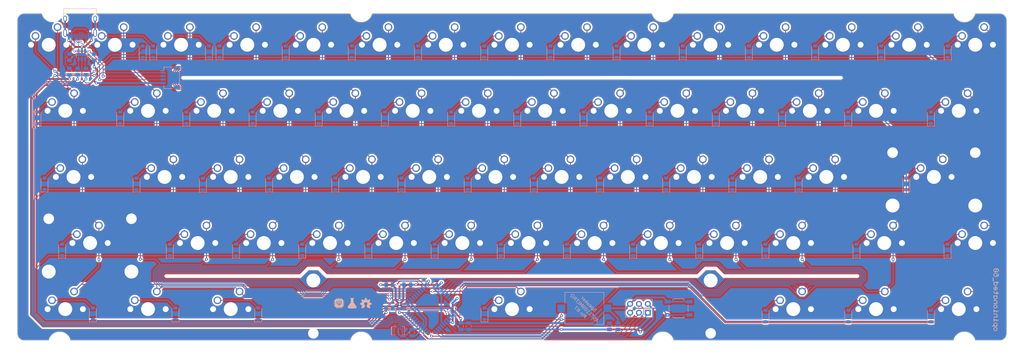
<source format=kicad_pcb>
(kicad_pcb (version 20240108) (generator "pcbnew") (generator_version "8.0")
  (layers (0 "F.Cu" signal) (31 "B.Cu" signal) (34 "B.Paste" user) (35 "F.Paste" user) (36 "B.SilkS" user "B.Silkscreen") (37 "F.SilkS" user "F.Silkscreen") (38 "B.Mask" user) (39 "F.Mask" user) (44 "Edge.Cuts" user))
  (net 0 "")
  (net 1 "GND")
  (net 2 "row0")
  (net 3 "Net-(U1-UCAP)")
  (net 4 "Net-(D1-A)")
  (net 5 "Net-(D2-A)")
  (net 6 "Net-(D3-A)")
  (net 7 "Net-(D4-A)")
  (net 8 "Net-(D5-A)")
  (net 9 "Net-(D6-A)")
  (net 10 "Net-(D7-A)")
  (net 11 "Net-(D8-A)")
  (net 12 "Net-(D9-A)")
  (net 13 "Net-(D10-A)")
  (net 14 "Net-(D11-A)")
  (net 15 "Net-(D12-A)")
  (net 16 "Net-(D13-A)")
  (net 17 "Net-(D14-A)")
  (net 18 "row1")
  (net 19 "Net-(D15-A)")
  (net 20 "Net-(D16-A)")
  (net 21 "Net-(D17-A)")
  (net 22 "Net-(D18-A)")
  (net 23 "Net-(D19-A)")
  (net 24 "Net-(D20-A)")
  (net 25 "Net-(D21-A)")
  (net 26 "Net-(D22-A)")
  (net 27 "Net-(D23-A)")
  (net 28 "Net-(D24-A)")
  (net 29 "Net-(D25-A)")
  (net 30 "Net-(D26-A)")
  (net 31 "Net-(D27-A)")
  (net 32 "row2")
  (net 33 "Net-(D28-A)")
  (net 34 "Net-(D29-A)")
  (net 35 "Net-(D30-A)")
  (net 36 "Net-(D32-A)")
  (net 37 "Net-(D33-A)")
  (net 38 "Net-(D31-A)")
  (net 39 "Net-(D35-A)")
  (net 40 "Net-(D36-A)")
  (net 41 "Net-(D37-A)")
  (net 42 "Net-(D38-A)")
  (net 43 "Net-(D39-A)")
  (net 44 "Net-(D40-A)")
  (net 45 "Net-(D41-A)")
  (net 46 "row3")
  (net 47 "Net-(D42-A)")
  (net 48 "Net-(D34-A)")
  (net 49 "Net-(D46-A)")
  (net 50 "Net-(D43-A)")
  (net 51 "Net-(D44-A)")
  (net 52 "Net-(D45-A)")
  (net 53 "Net-(D47-A)")
  (net 54 "Net-(D48-A)")
  (net 55 "Net-(D49-A)")
  (net 56 "Net-(D54-A)")
  (net 57 "Net-(D55-A)")
  (net 58 "Net-(D56-A)")
  (net 59 "Net-(D50-A)")
  (net 60 "Net-(D51-A)")
  (net 61 "row4")
  (net 62 "Net-(D52-A)")
  (net 63 "Net-(D53-A)")
  (net 64 "Net-(D62-A)")
  (net 65 "Net-(D57-A)")
  (net 66 "Net-(D58-A)")
  (net 67 "Net-(D59-A)")
  (net 68 "Net-(D60-A)")
  (net 69 "Net-(D61-A)")
  (net 70 "col0")
  (net 71 "col1")
  (net 72 "col2")
  (net 73 "col3")
  (net 74 "col4")
  (net 75 "col5")
  (net 76 "col6")
  (net 77 "col7")
  (net 78 "col8")
  (net 79 "col9")
  (net 80 "col10")
  (net 81 "col11")
  (net 82 "col12")
  (net 83 "col13")
  (net 84 "col14")
  (net 85 "D-")
  (net 86 "D+")
  (net 87 "RST")
  (net 88 "MISO")
  (net 89 "SCK")
  (net 90 "MOSI")
  (net 91 "Net-(J1-CC2)")
  (net 92 "VCC")
  (net 93 "Net-(R1-Pad2)")
  (net 94 "Net-(J1-CC1)")
  (net 96 "Net-(U1-XTAL1)")
  (net 97 "Net-(U1-XTAL2)")
  (net 98 "HD-")
  (net 99 "HD+")
  (net 100 "Net-(R2-Pad2)")
  (net 101 "Net-(U1-~{HWB}{slash}PE2)")
  (net 102 "VBUS")
  (net 106 "Net-(U1-PB7)")
  (footprint "Footprints:SW_Cherry_MX_1.00u_PCB" (layer "F.Cu") (at 78.74 23.495)
    (property "Reference" "K19" (hide yes))
    (property "Value" "SW_KEY" (hide yes))
  )
  (footprint "Footprints:SW_Cherry_MX_1.00u_PCB" (layer "F.Cu") (at 97.79 23.495)
    (property "Reference" "K20" (hide yes))
    (property "Value" "SW_KEY" (hide yes))
  )
  (footprint "Footprints:SW_Cherry_MX_1.00u_PCB" (layer "F.Cu") (at 154.94 23.495)
    (property "Reference" "K23" (hide yes))
    (property "Value" "SW_KEY" (hide yes))
  )
  (footprint "Footprints:SW_Cherry_MX_1.00u_PCB" (layer "F.Cu") (at 173.99 23.495)
    (property "Reference" "K24" (hide yes))
    (property "Value" "SW_KEY" (hide yes))
  )
  (footprint "Footprints:SW_Cherry_MX_1.00u_PCB" (layer "F.Cu") (at 135.89 23.495)
    (property "Reference" "K22" (hide yes))
    (property "Value" "SW_KEY" (hide yes))
  )
  (footprint "Footprints:SW_Cherry_MX_1.00u_PCB" (layer "F.Cu") (at 116.84 23.495)
    (property "Reference" "K21" (hide yes))
    (property "Value" "SW_KEY" (hide yes))
  )
  (footprint "Footprints:SW_Cherry_MX_1.50u_PCB" (layer "F.Cu") (at 16.8275 23.495)
    (property "Reference" "K16" (hide yes))
    (property "Value" "SW_KEY" (hide yes))
  )
  (footprint "Footprints:SW_Cherry_MX_1.00u_PCB" (layer "F.Cu") (at 145.415 4.445)
    (property "Reference" "K8" (hide yes))
    (property "Value" "SW_KEY" (hide yes))
  )
  (footprint "Footprints:SW_Cherry_MX_1.00u_PCB" (layer "F.Cu") (at 183.515 4.445)
    (property "Reference" "K10" (hide yes))
    (property "Value" "SW_KEY" (hide yes))
  )
  (footprint "Footprints:SW_Cherry_MX_1.00u_PCB" (layer "F.Cu") (at 88.265 4.445)
    (property "Reference" "K5" (hide yes))
    (property "Value" "SW_KEY" (hide yes))
  )
  (footprint "Footprints:SW_Cherry_MX_1.00u_PCB" (layer "F.Cu") (at 240.665 4.445)
    (property "Reference" "K13" (hide yes))
    (property "Value" "SW_KEY" (hide yes))
  )
  (footprint "Footprints:SW_Cherry_MX_1.00u_PCB" (layer "F.Cu") (at 221.615 4.445)
    (property "Reference" "K12" (hide yes))
    (property "Value" "SW_KEY" (hide yes))
  )
  (footprint "Footprints:SW_Cherry_MX_1.00u_PCB" (layer "F.Cu") (at 202.565 4.445)
    (property "Reference" "K11" (hide yes))
    (property "Value" "SW_KEY" (hide yes))
  )
  (footprint "Footprints:SW_Cherry_MX_1.00u_PCB" (layer "F.Cu") (at 164.465 4.445)
    (property "Reference" "K9" (hide yes))
    (property "Value" "SW_KEY" (hide yes))
  )
  (footprint "Footprints:SW_Cherry_MX_1.00u_PCB" (layer "F.Cu") (at 126.365 4.445)
    (property "Reference" "K7" (hide yes))
    (property "Value" "SW_KEY" (hide yes))
  )
  (footprint "Footprints:SW_Cherry_MX_1.00u_PCB" (layer "F.Cu") (at 107.315 4.445)
    (property "Reference" "K6" (hide yes))
    (property "Value" "SW_KEY" (hide yes))
  )
  (footprint "Footprints:SW_Cherry_MX_1.00u_PCB" (layer "F.Cu") (at 69.215 4.445)
    (property "Reference" "K4" (hide yes))
    (property "Value" "SW_KEY" (hide yes))
  )
  (footprint "Footprints:SW_Cherry_MX_1.00u_PCB" (layer "F.Cu") (at 31.115 4.445)
    (property "Reference" "K2" (hide yes))
    (property "Value" "SW_KEY" (hide yes))
  )
  (footprint "Footprints:SW_Cherry_MX_1.00u_PCB" (layer "F.Cu") (at 12.065 4.445)
    (property "Reference" "K1" (hide yes))
    (property "Value" "SW_KEY" (hide yes))
  )
  (footprint "Footprints:SW_Cherry_MX_1.00u_PCB" (layer "F.Cu") (at 40.64 80.645)
    (property "Reference" "K57" (hide yes))
    (property "Value" "SW_KEY" (hide yes))
  )
  (footprint "Footprints:SW_Cherry_MX_1.00u_PCB" (layer "F.Cu") (at 150.1775 61.595)
    (property "Reference" "K49" (hide yes))
    (property "Value" "SW_KEY" (hide yes))
  )
  (footprint "Footprints:SW_Cherry_MX_1.00u_PCB" (layer "F.Cu") (at 226.3775 61.595)
    (property "Reference" "K53" (hide yes))
    (property "Value" "SW_KEY" (hide yes))
  )
  (footprint "Footprints:SW_Cherry_MX_1.00u_PCB" (layer "F.Cu") (at 169.2275 61.595)
    (property "Reference" "K50" (hide yes))
    (property "Value" "SW_KEY" (hide yes))
  )
  (footprint "Footprints:SW_Cherry_MX_1.00u_PCB" (layer "F.Cu") (at 131.1275 61.595)
    (property "Reference" "K48" (hide yes))
    (property "Value" "SW_KEY" (hide yes))
  )
  (footprint "Footprints:SW_Cherry_MX_1.00u_PCB" (layer "F.Cu") (at 188.2775 61.595)
    (property "Reference" "K51" (hide yes))
    (property "Value" "SW_KEY" (hide yes))
  )
  (footprint "Footprints:SW_Cherry_MX_1.50u_PCB" (layer "F.Cu") (at 16.8275 80.645)
    (property "Reference" "K56" (hide yes))
    (property "Value" "SW_KEY" (hide yes))
  )
  (footprint "Footprints:SW_Cherry_MX_1.00u_PCB" (layer "F.Cu") (at 250.19 23.495)
    (property "Reference" "K28" (hide yes))
    (property "Value" "SW_KEY" (hide yes))
  )
  (footprint "Footprints:SW_Cherry_MX_1.00u_PCB" (layer "F.Cu") (at 193.04 23.495)
    (property "Reference" "K25" (hide yes))
    (property "Value" "SW_KEY" (hide yes))
  )
  (footprint "Footprints:SW_Cherry_MX_1.00u_PCB" (layer "F.Cu") (at 121.6025 42.545)
    (property "Reference" "K35" (hide yes))
    (property "Value" "SW_KEY" (hide yes))
  )
  (footprint "Footprints:SW_Cherry_MX_1.00u_PCB" (layer "F.Cu") (at 64.4525 42.545)
    (property "Reference" "K32" (hide yes))
    (property "Value" "SW_KEY" (hide yes))
  )
  (footprint "Footprints:SW_Cherry_MX_2.25u_PCB" (layer "F.Cu") (at 266.8587 42.545)
    (property "Reference" "K42" (hide yes))
    (property "Value" "SW_KEY" (hide yes))
  )
  (footprint "Footprints:SW_Cherry_MX_1.00u_PCB" (layer "F.Cu") (at 278.765 61.595)
    (property "Reference" "K55" (hide yes))
    (property "Value" "SW_KEY" (hide yes))
  )
  (footprint "Footprints:SW_Cherry_MX_1.00u_PCB" (layer "F.Cu") (at 178.7525 42.545)
    (property "Reference" "K38" (hide yes))
    (property "Value" "SW_KEY" (hide yes))
  )
  (footprint "Footprints:SW_Cherry_MX_1.50u_PCB" (layer "F.Cu") (at 274.002487 23.495061)
    (property "Reference" "K29" (hide yes))
    (property "Value" "SW_KEY" (hide yes))
  )
  (footprint "Footprints:SW_Cherry_MX_1.00u_PCB" (layer "F.Cu") (at 231.14 23.495)
    (property "Reference" "K27" (hide yes))
    (property "Value" "SW_KEY" (hide yes))
  )
  (footprint "Footprints:SW_Cherry_MX_1.50u_PCB" (layer "F.Cu") (at 64.4525 80.645)
    (property "Reference" "K58" (hide yes))
    (property "Value" "SW_KEY" (hide yes))
  )
  (footprint "Footprints:SW_Cherry_MX_1.00u_PCB" (layer "F.Cu") (at 83.5025 42.545)
    (property "Reference" "K33" (hide yes))
    (property "Value" "SW_KEY" (hide yes))
  )
  (footprint "Footprints:SW_Cherry_MX_1.00u_PCB" (layer "F.Cu") (at 159.7025 42.545)
    (property "Reference" "K37" (hide yes))
    (property "Value" "SW_KEY" (hide yes))
  )
  (footprint "Footprints:SW_Cherry_MX_1.00u_PCB" (layer "F.Cu") (at 102.5525 42.545)
    (property "Reference" "K34" (hide yes))
    (property "Value" "SW_KEY" (hide yes))
  )
  (footprint "Footprints:SW_Cherry_MX_1.00u_PCB" (layer "F.Cu") (at 45.4025 42.545)
    (property "Reference" "K31" (hide yes))
    (property "Value" "SW_KEY" (hide yes))
  )
  (footprint "Footprints:SW_Cherry_MX_1.00u_PCB" (layer "F.Cu") (at 197.8025 42.545)
    (property "Reference" "K39" (hide yes))
    (property "Value" "SW_KEY" (hide yes))
  )
  (footprint "Footprints:SW_Cherry_MX_2.25u_PCB" (layer "F.Cu") (at 23.97125 61.595)
    (property "Reference" "K43" (hide yes))
    (property "Value" "SW_KEY" (hide yes))
  )
  (footprint "Footprints:SW_Cherry_MX_1.00u_PCB" (layer "F.Cu") (at 235.9025 42.545)
    (property "Reference" "K41" (hide yes))
    (property "Value" "SW_KEY" (hide yes))
  )
  (footprint "Footprints:SW_Cherry_MX_1.00u_PCB" (layer "F.Cu") (at 216.8525 42.545)
    (property "Reference" "K40" (hide yes))
    (property "Value" "SW_KEY" (hide yes))
  )
  (footprint "Footprints:SW_Cherry_MX_1.00u_PCB" (layer "F.Cu") (at 212.09 23.495)
    (property "Reference" "K26" (hide yes))
    (property "Value" "SW_KEY" (hide yes))
  )
  (footprint "Footprints:SW_Cherry_MX_1.00u_PCB" (layer "F.Cu") (at 140.6525 42.545)
    (property "Reference" "K36" (hide yes))
    (property "Value" "SW_KEY" (hide yes))
  )
  (footprint "Footprints:SW_Cherry_MX_1.75u_PCB" (layer "F.Cu") (at 19.20875 42.545)
    (property "Reference" "K30" (hide yes))
    (property "Value" "SW_KEY" (hide yes))
  )
  (footprint "Footprints:SW_Cherry_MX_1.00u_PCB" (layer "F.Cu") (at 112.0775 61.595)
    (property "Reference" "K47" (hide yes))
    (property "Value" "SW_KEY" (hide yes))
  )
  (footprint "Footprints:SW_Cherry_MX_1.00u_PCB" (layer "F.Cu") (at 250.19 80.645)
    (property "Reference" "K61" (hide yes))
    (property "Value" "SW_KEY" (hide yes))
  )
  (footprint "Footprints:SW_Cherry_MX_1.00u_PCB" (layer "F.Cu") (at 73.9775 61.595)
    (property "Reference" "K45" (hide yes))
    (property "Value" "SW_KEY" (hide yes))
  )
  (footprint "Footprints:SW_Cherry_MX_1.50u_PCB" (layer "F.Cu") (at 226.3775 80.645)
    (property "Reference" "K60" (hide yes))
    (property "Value" "SW_KEY" (hide yes))
  )
  (footprint "Footprints:SW_Cherry_MX_1.50u_PCB" (layer "F.Cu") (at 274.002728 80.645072)
    (property "Reference" "K62" (hide yes))
    (property "Value" "SW_KEY" (hide yes))
  )
  (footprint "Footprints:SW_Cherry_MX_1.00u_PCB" (layer "F.Cu") (at 40.64 23.495)
    (property "Reference" "K17" (hide yes))
    (property "Value" "SW_KEY" (hide yes))
  )
  (footprint "Footprints:SW_Cherry_MX_7.00u_PCB" (layer "F.Cu") (at 145.415 80.6438)
    (property "Reference" "K59" (hide yes))
    (property "Value" "SW_KEY" (hide yes))
  )
  (footprint "Footprints:SW_Cherry_MX_1.00u_PCB" (layer "F.Cu") (at 93.0275 61.595)
    (property "Reference" "K46" (hide yes))
    (property "Value" "SW_KEY" (hide yes))
  )
  (footprint "Footprints:SW_Cherry_MX_1.00u_PCB" (layer "F.Cu") (at 259.714977 4.445061)
    (property "Reference" "K14" (hide yes))
    (property "Value" "SW_KEY" (hide yes))
  )
  (footprint "Footprints:SW_Cherry_MX_1.75u_PCB" (layer "F.Cu") (at 252.571287 61.595061)
    (property "Reference" "K54" (hide yes))
    (property "Value" "SW_KEY" (hide yes))
  )
  (footprint "Footprints:SW_Cherry_MX_1.00u_PCB" (layer "F.Cu") (at 278.765087 4.444961)
    (property "Reference" "K15" (hide yes))
    (property "Value" "SW_KEY" (hide yes))
  )
  (footprint "Footprints:SW_Cherry_MX_1.00u_PCB" (layer "F.Cu") (at 207.3275 61.595)
    (property "Reference" "K52" (hide yes))
    (property "Value" "SW_KEY" (hide yes))
  )
  (footprint "Footprints:SW_Cherry_MX_1.00u_PCB" (layer "F.Cu") (at 59.69 23.495)
    (property "Reference" "K18" (hide yes))
    (property "Value" "SW_KEY" (hide yes))
  )
  (footprint "Footprints:SW_Cherry_MX_1.00u_PCB" (layer "F.Cu") (at 50.165 4.445)
    (property "Reference" "K3" (hide yes))
    (property "Value" "SW_KEY" (hide yes))
  )
  (footprint "Footprints:SW_Cherry_MX_1.00u_PCB" (layer "F.Cu") (at 54.9275 61.595)
    (property "Reference" "K44" (hide yes))
    (property "Value" "SW_KEY" (hide yes))
  )
  (footprint "Footprints:D_SOD-123" (layer "B.Cu") (at 239.682417 87.725 90)
    (property "Reference" "D61" (hide yes))
    (property "Value" "D" (hide yes))
  )
  (footprint "Footprints:D_SOD-123" (layer "B.Cu") (at 215.848619 87.725 90)
    (property "Reference" "D60" (hide yes))
    (property "Value" "D" (hide yes))
  )
  (footprint "Footprints:D_SOD-123" (layer "B.Cu") (at 134.954189 87.05 90)
    (property "Reference" "D59" (hide yes))
    (property "Value" "D" (hide yes))
  )
  (footprint "Footprints:D_SOD-123" (layer "B.Cu") (at 69.829287 87.05 90)
    (property "Reference" "D58" (hide yes))
    (property "Value" "D" (hide yes))
  )
  (footprint "Footprints:D_SOD-123" (layer "B.Cu") (at 268.225 68.675 90)
    (property "Reference" "D55" (hide yes))
    (property "Value" "D" (hide yes))
  )
  (footprint "Footprints:D_SOD-123" (layer "B.Cu") (at 242.03146 68.675056 90)
    (property "Reference" "D54" (hide yes))
    (property "Value" "D" (hide yes))
  )
  (footprint "Footprints:D_SOD-123" (layer "B.Cu") (at 215.8375 68.675 90)
    (property "Reference" "D53" (hide yes))
    (property "Value" "D" (hide yes))
  )
  (footprint "Footprints:D_SOD-123" (layer "B.Cu") (at 196.7875 68.675 90)
    (property "Reference" "D52" (hide yes))
    (property "Value" "D" (hide yes))
  )
  (footprint "Footprints:D_SOD-123" (layer "B.Cu") (at 139.6375 68.675 90)
    (property "Reference" "D49" (hide yes))
    (property "Value" "D" (hide yes))
  )
  (footprint "Footprints:D_SOD-123" (layer "B.Cu") (at 101.5375 68.675 90)
    (property "Reference" "D47" (hide yes))
    (property "Value" "D" (hide yes))
  )
  (footprint "Footprints:D_SOD-123" (layer "B.Cu") (at 82.4875 68.675 90)
    (property "Reference" "D46" (hide yes))
    (property "Value" "D" (hide yes))
  )
  (footprint "Footprints:D_SOD-123" (layer "B.Cu") (at 220.6 30.575 90)
    (property "Reference" "D27" (hide yes))
    (property "Value" "D" (hide yes))
  )
  (footprint "Footprints:D_SOD-123" (layer "B.Cu") (at 225.3625 49.625 90)
    (property "Reference" "D41" (hide yes))
    (property "Value" "D" (hide yes))
  )
  (footprint "Footprints:D_SOD-123" (layer "B.Cu") (at 49.15 30.575 90)
    (property "Reference" "D18" (hide yes))
    (property "Value" "D" (hide yes))
  )
  (footprint "Footprints:D_SOD-123" (layer "B.Cu") (at 182.5 30.575 90)
    (property "Reference" "D25" (hide yes))
    (property "Value" "D" (hide yes))
  )
  (footprint "Footprints:D_SOD-123" (layer "B.Cu") (at 206.3125 49.625 90)
    (property "Reference" "D40" (hide yes))
    (property "Value" "D" (hide yes))
  )
  (footprint "Footprints:D_SOD-123" (layer "B.Cu") (at 111.0625 49.625 90)
    (property "Reference" "D35" (hide yes))
    (property "Value" "D" (hide yes))
  )
  (footprint "Footprints:D_SOD-123" (layer "B.Cu") (at 8.3125 49.625 90)
    (property "Reference" "D30" (hide yes))
    (property "Value" "D" (hide yes))
  )
  (footprint "Footprints:D_SOD-123" (layer "B.Cu") (at 187.2625 49.625 90)
    (property "Reference" "D39" (hide yes))
    (property "Value" "D" (hide yes))
  )
  (footprint "Footprints:D_SOD-123" (layer "B.Cu") (at 130.1125 49.625 90)
    (property "Reference" "D36" (hide yes))
    (property "Value" "D" (hide yes))
  )
  (footprint "Footprints:D_SOD-123" (layer "B.Cu") (at 34.8125 49.625 90)
    (property "Reference" "D31" (hide yes))
    (property "Value" "D" (hide yes))
  )
  (footprint "Footprints:D_SOD-123" (layer "B.Cu") (at 72.9625 49.625 90)
    (property "Reference" "D33" (hide yes))
    (property "Value" "D" (hide yes))
  )
  (footprint "Footprints:D_SOD-123" (layer "B.Cu") (at 106.3 30.575 90)
    (property "Reference" "D21" (hide yes))
    (property "Value" "D" (hide yes))
  )
  (footprint "Footprints:D_SOD-123" (layer "B.Cu") (at 201.55 30.575 90)
    (property "Reference" "D26" (hide yes))
    (property "Value" "D" (hide yes))
  )
  (footprint "Footprints:D_SOD-123" (layer "B.Cu") (at 125.35 30.575 90)
    (property "Reference" "D22" (hide yes))
    (property "Value" "D" (hide yes))
  )
  (footprint "Footprints:D_SOD-123" (layer "B.Cu") (at 163.45 30.575 90)
    (property "Reference" "D24" (hide yes))
    (property "Value" "D" (hide yes))
  )
  (footprint "Footprints:D_SOD-123" (layer "B.Cu") (at 149.1625 49.625 90)
    (property "Reference" "D37" (hide yes))
    (property "Value" "D" (hide yes))
  )
  (footprint "Footprints:D_SOD-123" (layer "B.Cu") (at 92.0125 49.625 90)
    (property "Reference" "D34" (hide yes))
    (property "Value" "D" (hide yes))
  )
  (footprint "Footprints:D_SOD-123" (layer "B.Cu") (at 44.3875 68.675 90)
    (property "Reference" "D44" (hide yes))
    (property "Value" "D" (hide yes))
  )
  (footprint "Footprints:D_SOD-123" (layer "B.Cu") (at 158.6875 68.675 90)
    (property "Reference" "D50" (hide yes))
    (property "Value" "D" (hide yes))
  )
  (footprint "Footprints:D_SOD-123" (layer "B.Cu") (at 256.3687 49.625 90)
    (property "Reference" "D42" (hide yes))
    (property "Value" "D" (hide yes))
  )
  (footprint "Footprints:D_SOD-123" (layer "B.Cu") (at 46.004299 87.05 90)
    (property "Reference" "D57" (hide yes))
    (property "Value" "D" (hide yes))
  )
  (footprint "Footprints:D_SOD-123" (layer "B.Cu") (at 168.2125 49.625 90)
    (property "Reference" "D38" (hide yes))
    (property "Value" "D" (hide yes))
  )
  (footprint "Footprints:D_SOD-123" (layer "B.Cu") (at 87.25 30.575 90)
    (property "Reference" "D20" (hide yes))
    (property "Value" "D" (hide yes))
  )
  (footprint "Footprints:D_SOD-123" (layer "B.Cu") (at 239.65 30.575 90)
    (property "Reference" "D28" (hide yes))
    (property "Value" "D" (hide yes))
  )
  (footprint "Footprints:D_SOD-123" (layer "B.Cu") (at 53.9125 49.675 90)
    (property "Reference" "D32" (hide yes))
    (property "Value" "D" (hide yes))
  )
  (footprint "Footprints:D_SOD-123" (layer "B.Cu") (at 144.4 30.575 90)
    (property "Reference" "D23" (hide yes))
    (property "Value" "D" (hide yes))
  )
  (footprint "Footprints:D_SOD-123" (layer "B.Cu") (at 177.7375 68.675 90)
    (property "Reference" "D51" (hide yes))
    (property "Value" "D" (hide yes))
  )
  (footprint "Footprints:D_SOD-123" (layer "B.Cu") (at 120.5875 68.675 90)
    (property "Reference" "D48" (hide yes))
    (property "Value" "D" (hide yes))
  )
  (footprint "Footprints:D_SOD-123" (layer "B.Cu") (at 68.2 30.575 90)
    (property "Reference" "D19" (hide yes))
    (property "Value" "D" (hide yes))
  )
  (footprint "Footprints:TQFP-44_10x10mm_P0.8mm" (layer "B.Cu") (at 119.717085 85.482325 135)
    (property "Reference" "U1" (hide yes))
    (property "Value" "ATmega32U4" (hide yes))
  )
  (footprint "Footprints:Resonator_SMD_Murata_CSTxExxV-3Pin_3.0x1.1mm" (layer "B.Cu") (at 110.126788 91.9675)
    (property "Reference" "X1" (hide yes))
    (property "Value" "XTAL_GND" (hide yes))
  )
  (footprint "Footprints:SW_SPST_TL3342" (layer "B.Cu") (at 190.801787 85.482325 180)
    (property "Reference" "SW1" (hide yes))
    (property "Value" "SW_PUSH" (hide yes))
  )
  (footprint "Footprints:R_0805_2012Metric" (layer "B.Cu") (at 107.579287 78.725785)
    (property "Reference" "R6" (hide yes))
    (property "Value" "10k" (hide yes))
  )
  (footprint "Footprints:D_SOD-123" (layer "B.Cu") (at 172.975 11.525 90)
    (property "Reference" "D10" (hide yes))
    (property "Value" "D" (hide yes))
  )
  (footprint "Footprints:D_SOD-123" (layer "B.Cu") (at 153.925 11.525 90)
    (property "Reference" "D9" (hide yes))
    (property "Value" "D" (hide yes))
  )
  (footprint "Footprints:D_SOD-123" (layer "B.Cu") (at 230.125 11.525 90)
    (property "Reference" "D13" (hide yes))
    (property "Value" "D" (hide yes))
  )
  (footprint "Footprints:D_SOD-123" (layer "B.Cu") (at 192.025 11.525 90)
    (property "Reference" "D11" (hide yes))
    (property "Value" "D" (hide yes))
  )
  (footprint "Footprints:D_SOD-123" (layer "B.Cu") (at 268.275 11.525061 90)
    (property "Reference" "D15" (hide yes))
    (property "Value" "D" (hide yes))
  )
  (footprint "Footprints:D_SOD-123" (layer "B.Cu") (at 30.1 30.575 90)
    (property "Reference" "D17" (hide yes))
    (property "Value" "D" (hide yes))
  )
  (footprint "Footprints:D_SOD-123" (layer "B.Cu") (at 6.2875 30.575 90)
    (property "Reference" "D16" (hide yes))
    (property "Value" "D" (hide yes))
  )
  (footprint "Footprints:D_SOD-123" (layer "B.Cu") (at 211.075 11.525 90)
    (property "Reference" "D12" (hide yes))
    (property "Value" "D" (hide yes))
  )
  (footprint "Footprints:D_SOD-123" (layer "B.Cu") (at 115.825 11.525 90)
    (property "Reference" "D7" (hide yes))
    (property "Value" "D" (hide yes))
  )
  (footprint "Footprints:D_SOD-123" (layer "B.Cu") (at 55.6524 11.525 90)
    (property "Reference" "D3" (hide yes))
    (property "Value" "D" (hide yes))
  )
  (footprint "Footprints:D_SOD-123" (layer "B.Cu") (at 77.725 11.525 90)
    (property "Reference" "D5" (hide yes))
    (property "Value" "D" (hide yes))
  )
  (footprint "Footprints:D_SOD-123" (layer "B.Cu") (at 134.875 11.525 90)
    (property "Reference" "D8" (hide yes))
    (property "Value" "D" (hide yes))
  )
  (footprint "Footprints:D_SOD-123" (layer "B.Cu") (at 96.775 11.525 90)
    (property "Reference" "D6" (hide yes))
    (property "Value" "D" (hide yes))
  )
  (footprint "Footprints:D_SOD-123" (layer "B.Cu") (at 58.675 11.525 90)
    (property "Reference" "D4" (hide yes))
    (property "Value" "D" (hide yes))
  )
  (footprint "Footprints:D_SOD-123" (layer "B.Cu") (at 263.479287 87.725 90)
    (property "Reference" "D62" (hide yes))
    (property "Value" "D" (hide yes))
  )
  (footprint "Footprints:D_SOD-123" (layer "B.Cu") (at 63.4375 68.675 90)
    (property "Reference" "D45" (hide yes))
    (property "Value" "D" (hide yes))
  )
  (footprint "Footprints:D_SOD-123" (layer "B.Cu") (at 13.38125 68.675 90)
    (property "Reference" "D43" (hide yes))
    (property "Value" "D" (hide yes))
  )
  (footprint "Footprints:D_SOD-123" (layer "B.Cu") (at 263.45 30.575 90)
    (property "Reference" "D29" (hide yes))
    (property "Value" "D" (hide yes))
  )
  (footprint "Footprints:D_SOD-123" (layer "B.Cu") (at 36.5516 11.525 90)
    (property "Reference" "D1" (hide yes))
    (property "Value" "D" (hide yes))
  )
  (footprint "Footprints:R_0805_2012Metric" (layer "B.Cu") (at 170.918034 90.665061 -90)
    (property "Reference" "R5" (hide yes))
    (property "Value" "10k" (hide yes))
  )
  (footprint "Footprints:D_SOD-123" (layer "B.Cu") (at 39.5996 11.525 90)
    (property "Reference" "D2" (hide yes))
    (property "Value" "D" (hide yes))
  )
  (footprint "Footprints:D_SOD-123" (layer "B.Cu") (at 22.228819 87.05 90)
    (property "Reference" "D56" (hide yes))
    (property "Value" "D" (hide yes))
  )
  (footprint "Footprints:Buzzer_Mallory_AST1109MLTRQ" (layer "B.Cu") (at 163.711075 85.482325)
    (property "Reference" "LS1" (hide yes))
    (property "Value" "Speaker" (hide yes))
  )
  (footprint "Footprints:R_0805_2012Metric" (layer "B.Cu") (at 22.621894 13.096886 -90)
    (property "Reference" "R4" (hide yes))
    (property "Value" "5.1k" (hide yes))
  )
  (footprint "Footprints:Fuse_0805_2012Metric" (layer "B.Cu") (at 15.478138 17.264077 90)
    (property "Reference" "F1" (hide yes))
    (property "Value" "Polyfuse" (hide yes))
  )
  (footprint "Footprints:C_0805_2012Metric" (layer "B.Cu") (at 107.579287 85.4)
    (property "Reference" "C2" (hide yes))
    (property "Value" "0.1u" (hide yes))
  )
  (footprint "Footprints:LOGO_QMK" (layer "B.Cu") (at 93.08793 84.02503 180)
    (property "Reference" "LOGO_QMK" (hide yes))
    (property "Value" "LOGO" (hide yes))
  )
  (footprint "Footprints:LOGO_opinionated_60" (layer "B.Cu") (at 283 92 90)
    (property "Reference" "LOGO_opinionated_60" (hide yes))
    (property "Value" "LOGO" (hide yes))
  )
  (footprint "Footprints:C_0805_2012Metric" (layer "B.Cu") (at 173.36416 90.665061 90)
    (property "Reference" "C1" (hide yes))
    (property "Value" "1u" (hide yes))
  )
  (footprint "Footprints:R_0805_2012Metric" (layer "B.Cu") (at 15.478138 13.096886 90)
    (property "Reference" "R3" (hide yes))
    (property "Value" "5.1k" (hide yes))
  )
  (footprint "Footprints:C_0805_2012Metric" (layer "B.Cu") (at 128.135 90.665061 90)
    (property "Reference" "C5" (hide yes))
    (property "Value" "0.1u" (hide yes))
  )
  (footprint "Footprints:C_0805_2012Metric" (layer "B.Cu") (at 112.729287 78.725785)
    (property "Reference" "C3" (hide yes))
    (property "Value" "0.1u" (hide yes))
  )
  (footprint "Footprints:JST_SH_SM04B-SRSS-TB_1x04-1MP_P1.00mm_Horizontal" (layer "B.Cu") (at 44.4556 19.0625 -90)
    (property "Reference" "J3" (hide yes))
    (property "Value" "Conn_01x04" (hide yes))
  )
  (footprint "Footprints:C_0805_2012Metric" (layer "B.Cu") (at 114.086787 92.4525 90)
    (property "Reference" "C4" (hide yes))
    (property "Value" "0.1u" (hide yes))
  )
  (footprint "Footprints:SOT-23-6" (layer "B.Cu") (at 19.050016 12.501573 -90)
    (property "Reference" "U2" (hide yes))
    (property "Value" "USBLC6-2SC6" (hide yes))
  )
  (footprint "Footprints:PinHeader_2x03_P2.54mm_Vertical" (layer "B.Cu") (at 181.952973 86.757325 90)
    (property "Reference" "J2" (hide yes))
    (property "Value" "ISP" (hide yes))
  )
  (footprint "Footprints:LOGO_OSHW" (layer "B.Cu") (at 100.79793 84.025656 180)
    (property "Reference" "LOGO_OSHW" (hide yes))
    (property "Value" "LOGO" (hide yes))
  )
  (footprint "Footprints:USB_C_Receptacle_HRO_TYPE-C-31-M-12" (layer "B.Cu") (at 18.568 3.025061)
    (property "Reference" "J1" (hide yes))
    (property "Value" "USB_C_Receptacle_USB2.0" (hide yes))
  )
  (footprint "Footprints:C_0805_2012Metric" (layer "B.Cu") (at 130.396738 90.665061 90)
    (property "Reference" "C6" (hide yes))
    (property "Value" "4.7u" (hide yes))
  )
  (footprint "Footprints:LOGO_Vial" (layer "B.Cu") (at 96.859668 84.025252 180)
    (property "Reference" "LOGO_Vial" (hide yes))
    (property "Value" "LOGO" (hide yes))
  )
  (footprint "Footprints:R_0805_2012Metric" (layer "B.Cu") (at 20.240642 17.264077 90)
    (property "Reference" "R2" (hide yes))
    (property "Value" "22" (hide yes))
  )
  (footprint "Footprints:D_SOD-123" (layer "B.Cu") (at 249.174977 11.525061 90)
    (property "Reference" "D14" (hide yes))
    (property "Value" "D" (hide yes))
  )
  (footprint "Footprints:R_0805_2012Metric" (layer "B.Cu") (at 17.85939 17.264077 90)
    (property "Reference" "R1" (hide yes))
    (property "Value" "22" (hide yes))
  )
  (gr_line (start 87.357668 73.5) (end 89.557668 75.7) (stroke (width 0.1)) (layer "Edge.Cuts"))
  (gr_line (start 84.028832 73.5) (end 87.357668 73.5) (stroke (width 0.1)) (layer "Edge.Cuts"))
  (gr_arc (start 102.625 0.525) (mid 99.475 3.025019) (end 96.325 0.525) (stroke (width 0.1)) (layer "Edge.Cuts"))
  (gr_line (start 84.028832 73.5) (end 81.828832 75.7) (stroke (width 0.1)) (layer "Edge.Cuts"))
  (gr_line (start 285.225 92.725) (end 285.225 2.525) (stroke (width 0.1)) (layer "Edge.Cuts"))
  (gr_line (start 201.721168 73.5) (end 203.921168 75.7) (stroke (width 0.1)) (layer "Edge.Cuts"))
  (gr_line (start 198.692332 74.5) (end 201.421168 74.5) (stroke (width 0.1)) (layer "Edge.Cuts"))
  (gr_arc (start 43.333195 76.7) (mid 42.833195 76.2) (end 43.333195 75.7) (stroke (width 0.1)) (layer "Edge.Cuts"))
  (gr_line (start 89.257668 76.7) (end 196.492332 76.7) (stroke (width 0.1)) (layer "Edge.Cuts"))
  (gr_line (start 237.574138 18.550136) (end 48.175217 18.550136) (stroke (width 0.1)) (layer "Edge.Cuts"))
  (gr_arc (start 269.925 94.725) (mid 273.075 92.224994) (end 276.225 94.725) (stroke (width 0.1)) (layer "Edge.Cuts"))
  (gr_line (start 96.325 94.725) (end 15.825 94.725) (stroke (width 0.1)) (layer "Edge.Cuts"))
  (gr_line (start 242.341875 76.7) (end 203.621168 76.7) (stroke (width 0.1)) (layer "Edge.Cuts"))
  (gr_arc (start 276.225 0.525) (mid 273.075 3.025019) (end 269.925 0.525) (stroke (width 0.1)) (layer "Edge.Cuts"))
  (gr_line (start 84.328832 74.5) (end 87.057668 74.5) (stroke (width 0.1)) (layer "Edge.Cuts"))
  (gr_arc (start 283.225 0.525) (mid 284.639214 1.110786) (end 285.225 2.525) (stroke (width 0.1)) (layer "Edge.Cuts"))
  (gr_line (start 198.392332 73.5) (end 201.721168 73.5) (stroke (width 0.1)) (layer "Edge.Cuts"))
  (gr_line (start 198.392332 73.5) (end 196.192332 75.7) (stroke (width 0.1)) (layer "Edge.Cuts"))
  (gr_arc (start 2.525 94.725) (mid 1.110786 94.139214) (end 0.525 92.725) (stroke (width 0.1)) (layer "Edge.Cuts"))
  (gr_line (start 189.425 0.525) (end 269.925 0.525) (stroke (width 0.1)) (layer "Edge.Cuts"))
  (gr_arc (start 96.325 94.725) (mid 99.475 92.224981) (end 102.625 94.725) (stroke (width 0.1)) (layer "Edge.Cuts"))
  (gr_line (start 0.525008 2.525008) (end 0.525008 92.725008) (stroke (width 0.1)) (layer "Edge.Cuts"))
  (gr_arc (start 0.525 2.525) (mid 1.110786 1.110786) (end 2.525 0.525) (stroke (width 0.1)) (layer "Edge.Cuts"))
  (gr_arc (start 189.425 0.525) (mid 186.275 3.025019) (end 183.125 0.525) (stroke (width 0.1)) (layer "Edge.Cuts"))
  (gr_line (start 269.925 94.725) (end 189.425 94.725) (stroke (width 0.1)) (layer "Edge.Cuts"))
  (gr_arc (start 48.175217 19.550136) (mid 47.675217 19.050136) (end 48.175217 18.550136) (stroke (width 0.1)) (layer "Edge.Cuts"))
  (gr_arc (start 285.225 92.725) (mid 284.639214 94.139214) (end 283.225 94.725) (stroke (width 0.1)) (layer "Edge.Cuts"))
  (gr_line (start 283.225 94.725) (end 276.225 94.725) (stroke (width 0.1)) (layer "Edge.Cuts"))
  (gr_line (start 102.625 0.525) (end 183.125 0.525) (stroke (width 0.1)) (layer "Edge.Cuts"))
  (gr_line (start 242.341875 75.7) (end 203.921168 75.7) (stroke (width 0.1)) (layer "Edge.Cuts"))
  (gr_line (start 196.192332 75.7) (end 89.557668 75.7) (stroke (width 0.1)) (layer "Edge.Cuts"))
  (gr_line (start 43.333195 75.7) (end 81.828832 75.7) (stroke (width 0.1)) (layer "Edge.Cuts"))
  (gr_line (start 87.057668 74.5) (end 89.257668 76.7) (stroke (width 0.1)) (layer "Edge.Cuts"))
  (gr_arc (start 183.125 94.725) (mid 186.275 92.224981) (end 189.425 94.725) (stroke (width 0.1)) (layer "Edge.Cuts"))
  (gr_line (start 183.125 94.725) (end 102.625 94.725) (stroke (width 0.1)) (layer "Edge.Cuts"))
  (gr_arc (start 13.825 0.525) (mid 10.675 3.025019) (end 7.525 0.525) (stroke (width 0.1)) (layer "Edge.Cuts"))
  (gr_arc (start 242.341875 75.7) (mid 242.841875 76.2) (end 242.341875 76.7) (stroke (width 0.1)) (layer "Edge.Cuts"))
  (gr_arc (start 237.574138 18.550136) (mid 238.074138 19.050136) (end 237.574138 19.550136) (stroke (width 0.1)) (layer "Edge.Cuts"))
  (gr_line (start 48.175217 19.550136) (end 237.574138 19.550136) (stroke (width 0.1)) (layer "Edge.Cuts"))
  (gr_arc (start 9.525 94.725) (mid 12.675 92.224981) (end 15.825 94.725) (stroke (width 0.1)) (layer "Edge.Cuts"))
  (gr_line (start 2.525 0.525) (end 7.525 0.525) (stroke (width 0.1)) (layer "Edge.Cuts"))
  (gr_line (start 13.825 0.525) (end 96.325 0.525) (stroke (width 0.1)) (layer "Edge.Cuts"))
  (gr_line (start 276.225 0.525) (end 283.225 0.525) (stroke (width 0.1)) (layer "Edge.Cuts"))
  (gr_line (start 84.328832 74.5) (end 82.128832 76.7) (stroke (width 0.1)) (layer "Edge.Cuts"))
  (gr_line (start 9.525 94.725) (end 2.525 94.725) (stroke (width 0.1)) (layer "Edge.Cuts"))
  (gr_line (start 43.333195 76.7) (end 82.128832 76.7) (stroke (width 0.1)) (layer "Edge.Cuts"))
  (gr_line (start 198.692332 74.5) (end 196.492332 76.7) (stroke (width 0.1)) (layer "Edge.Cuts"))
  (gr_line (start 201.421168 74.5) (end 203.621168 76.7) (stroke (width 0.1)) (layer "Edge.Cuts"))
  (gr_text "Speaker\nAST1109MLTRQ\nPin B7" (at 163.711075 85.482325 315) (layer "B.SilkS") (effects (font (size 1 1)) (justify mirror)))
  (segment (start 125.810006 83.914887) (end 125.810006 89.556247) (width 0.5) (layer "F.Cu") (net 1))
  (segment (start 23.205 20.555) (end 22.445 19.795) (width 0.5) (layer "F.Cu") (net 1))
  (segment (start 15.318 8.255) (end 17.223 10.16) (width 0.5) (layer "F.Cu") (net 1))
  (segment (start 124.649407 84.934407) (end 128.135 88.42) (width 0.5) (layer "F.Cu") (net 1))
  (segment (start 108.420061 78.720061) (end 105.1025 78.720061) (width 0.5) (layer "F.Cu") (net 1))
  (segment (start 110.49 84.280243) (end 109.835836 84.934407) (width 0.5) (layer "F.Cu") (net 1))
  (segment (start 110.49 84.280243) (end 111.144164 84.934407) (width 0.5) (layer "F.Cu") (net 1))
  (segment (start 17.223 10.16) (end 19.913 10.16) (width 0.5) (layer "F.Cu") (net 1))
  (segment (start 21.8 8.273) (end 21.8 8.255) (width 0.5) (layer "F.Cu") (net 1))
  (segment (start 109.835836 84.934407) (end 105.515593 84.934407) (width 0.5) (layer "F.Cu") (net 1))
  (segment (start 6.04 86.627921) (end 6.04 23.581164) (width 0.5) (layer "F.Cu") (net 1))
  (segment (start 15.3 8.255) (end 15.318 8.255) (width 0.5) (layer "F.Cu") (net 1))
  (segment (start 110.49 84.280243) (end 111.57 83.200243) (width 0.5) (layer "F.Cu") (net 1))
  (segment (start 111.57 79.72) (end 112.569939 78.720061) (width 0.5) (layer "F.Cu") (net 1))
  (segment (start 8.512079 89.1) (end 6.04 86.627921) (width 0.5) (layer "F.Cu") (net 1))
  (segment (start 23.471894 16.725) (end 22.621894 15.875) (width 0.5) (layer "F.Cu") (net 1))
  (segment (start 121.959939 78.720061) (end 122.53 78.15) (width 0.5) (layer "F.Cu") (net 1))
  (segment (start 109.3925 79.6925) (end 108.420061 78.720061) (width 0.5) (layer "F.Cu") (net 1))
  (segment (start 6.04 23.581164) (end 8.476164 21.145) (width 0.5) (layer "F.Cu") (net 1))
  (segment (start 111.144164 84.934407) (end 124.649407 84.934407) (width 0.5) (layer "F.Cu") (net 1))
  (segment (start 105.515593 84.934407) (end 101.35 89.1) (width 0.5) (layer "F.Cu") (net 1))
  (segment (start 125.810006 83.914887) (end 127.071619 82.653274) (width 0.5) (layer "F.Cu") (net 1))
  (segment (start 111.57 83.200243) (end 111.57 79.72) (width 0.5) (layer "F.Cu") (net 1))
  (segment (start 23.471894 18.768106) (end 23.471894 16.725) (width 0.5) (layer "F.Cu") (net 1))
  (segment (start 101.35 89.1) (end 8.512079 89.1) (width 0.5) (layer "F.Cu") (net 1))
  (segment (start 21.095 21.145) (end 23.471894 18.768106) (width 0.5) (layer "F.Cu") (net 1))
  (segment (start 110.49 84.280243) (end 109.3925 83.182743) (width 0.5) (layer "F.Cu") (net 1))
  (segment (start 109.3925 83.182743) (end 109.3925 79.6925) (width 0.5) (layer "F.Cu") (net 1))
  (segment (start 8.476164 21.145) (end 21.095 21.145) (width 0.5) (layer "F.Cu") (net 1))
  (segment (start 19.913 10.16) (end 21.8 8.273) (width 0.5) (layer "F.Cu") (net 1))
  (segment (start 112.569939 78.720061) (end 121.959939 78.720061) (width 0.5) (layer "F.Cu") (net 1))
  (via (at 125.810006 89.556247) (size 0.8) (drill 0.4) (layers "F.Cu" "B.Cu") (net 1))
  (via (at 22.621894 15.875) (size 0.8) (drill 0.4) (layers "F.Cu" "B.Cu") (net 1))
  (via (at 105.0925 78.720061) (size 0.8) (drill 0.4) (layers "F.Cu" "B.Cu") (net 1))
  (via (at 21.818 8.255) (size 0.8) (drill 0.4) (layers "F.Cu" "B.Cu") (net 1))
  (via (at 122.53 78.15) (size 0.8) (drill 0.4) (layers "F.Cu" "B.Cu") (net 1))
  (via (at 128.135 88.42) (size 0.8) (drill 0.4) (layers "F.Cu" "B.Cu") (net 1))
  (via (at 19.050016 10.16) (size 0.8) (drill 0.4) (layers "F.Cu" "B.Cu") (net 1))
  (via (at 127.071619 82.653274) (size 0.8) (drill 0.4) (layers "F.Cu" "B.Cu") (net 1))
  (via (at 115.229287 78.720061) (size 0.8) (drill 0.4) (layers "F.Cu" "B.Cu") (net 1))
  (via (at 110.49 84.280243) (size 0.8) (drill 0.4) (layers "F.Cu" "B.Cu") (net 1))
  (via (at 15.318 8.255) (size 0.8) (drill 0.4) (layers "F.Cu" "B.Cu") (net 1))
  (via (at 23.211894 20.5625) (size 0.8) (drill 0.4) (layers "F.Cu" "B.Cu") (net 1))
  (segment (start 124.922378 89.556247) (end 124.313279 88.947148) (width 0.5) (layer "B.Cu") (net 1))
  (segment (start 115.219287 78.720061) (end 113.651787 78.720061) (width 0.5) (layer "B.Cu") (net 1))
  (segment (start 193.951787 83.582325) (end 187.651787 83.582325) (width 0.5) (layer "B.Cu") (net 1))
  (segment (start 117.427046 90.035106) (end 115.959652 91.5025) (width 0.5) (layer "B.Cu") (net 1))
  (segment (start 178.710298 82.38) (end 175.607973 85.482325) (width 0.5) (layer "B.Cu") (net 1))
  (segment (start 186.449462 82.38) (end 178.710298 82.38) (width 0.5) (layer "B.Cu") (net 1))
  (segment (start 121.484852 79.189075) (end 121.493838 79.189075) (width 0.25) (layer "B.Cu") (net 1))
  (segment (start 21.818 7.225061) (end 22.888 6.155061) (width 0.5) (layer "B.Cu") (net 1))
  (segment (start 109.649044 84.280243) (end 108.529287 85.4) (width 0.5) (layer "B.Cu") (net 1))
  (segment (start 106.623563 78.720061) (end 105.1125 78.720061) (width 0.5) (layer "B.Cu") (net 1))
  (segment (start 166.040839 89.752561) (end 170.311075 85.482325) (width 0.5) (layer "B.Cu") (net 1))
  (segment (start 112.858149 84.280243) (end 109.649044 84.280243) (width 0.5) (layer "B.Cu") (net 1))
  (segment (start 117.427046 88.84914) (end 117.427046 90.035106) (width 0.5) (layer "B.Cu") (net 1))
  (segment (start 22.888 6.155061) (end 22.888 1.975061) (width 0.5) (layer "B.Cu") (net 1))
  (segment (start 128.135 89.752561) (end 166.040839 89.752561) (width 0.5) (layer "B.Cu") (net 1))
  (segment (start 122.53 78.15) (end 122.53 78.152913) (width 0.5) (layer "B.Cu") (net 1))
  (segment (start 115.959652 91.5025) (end 114.124287 91.5025) (width 0.5) (layer "B.Cu") (net 1))
  (segment (start 15.318 8.255) (end 15.318 7.225061) (width 0.5) (layer "B.Cu") (net 1))
  (segment (start 187.651787 83.582325) (end 186.449462 82.38) (width 0.5) (layer "B.Cu") (net 1))
  (segment (start 110.959287 93.65) (end 110.126787 92.8175) (width 0.5) (layer "B.Cu") (net 1))
  (segment (start 106.629287 78.725785) (end 106.623563 78.720061) (width 0.5) (layer "B.Cu") (net 1))
  (segment (start 112.858149 84.280243) (end 117.427046 88.84914) (width 0.5) (layer "B.Cu") (net 1))
  (segment (start 128.135 88.42) (end 128.135 89.752561) (width 0.5) (layer "B.Cu") (net 1))
  (segment (start 122.53 78.152913) (end 121.493838 79.189075) (width 0.5) (layer "B.Cu") (net 1))
  (segment (start 22.621894 14.009386) (end 21.139081 12.526573) (width 0.5) (layer "B.Cu") (net 1))
  (segment (start 14.248 6.155061) (end 14.248 1.975061) (width 0.5) (layer "B.Cu") (net 1))
  (segment (start 173.36416 88.53541) (end 173.36416 89.695061) (width 0.5) (layer "B.Cu") (net 1))
  (segment (start 19.050016 10.16) (end 19.050016 12.526573) (width 0.5) (layer "B.Cu") (net 1))
  (segment (start 170.311075 85.482325) (end 173.36416 88.53541) (width 0.5) (layer "B.Cu") (net 1))
  (segment (start 175.607973 85.482325) (end 170.311075 85.482325) (width 0.5) (layer "B.Cu") (net 1))
  (segment (start 21.139081 12.526573) (end 16.960951 12.526573) (width 0.5) (layer "B.Cu") (net 1))
  (segment (start 125.810006 89.556247) (end 124.922378 89.556247) (width 0.5) (layer "B.Cu") (net 1))
  (segment (start 23.211894 20.5625) (end 42.4556 20.5625) (width 0.5) (layer "B.Cu") (net 1))
  (segment (start 16.960951 12.526573) (end 15.478138 14.009386) (width 0.5) (layer "B.Cu") (net 1))
  (segment (start 127.071619 82.653274) (end 126.010335 83.714558) (width 0.5) (layer "B.Cu") (net 1))
  (segment (start 15.318 7.225061) (end 14.248 6.155061) (width 0.5) (layer "B.Cu") (net 1))
  (segment (start 22.621894 15.875) (end 22.621894 14.009386) (width 0.5) (layer "B.Cu") (net 1))
  (segment (start 111.976787 93.65) (end 110.959287 93.65) (width 0.5) (layer "B.Cu") (net 1))
  (segment (start 114.124287 91.5025) (end 111.976787 93.65) (width 0.5) (layer "B.Cu") (net 1))
  (segment (start 21.818 8.255) (end 21.818 7.225061) (width 0.5) (layer "B.Cu") (net 1))
  (segment (start 110.126787 92.8175) (end 110.126787 91.9675) (width 0.5) (layer "B.Cu") (net 1))
  (segment (start 11.3284 18.415) (end 22.621894 18.415) (width 0.25) (layer "F.Cu") (net 2))
  (via (at 11.3284 18.415) (size 0.8) (drill 0.4) (layers "F.Cu" "B.Cu") (net 2))
  (via (at 22.621894 18.415) (size 0.8) (drill 0.4) (layers "F.Cu" "B.Cu") (net 2))
  (segment (start 114.533039 89.535) (end 108.625 89.535) (width 0.25) (layer "B.Cu") (net 2))
  (segment (start 107.335 90.825) (end 7.795812 90.825) (width 0.25) (layer "B.Cu") (net 2))
  (segment (start 4.32 25.4234) (end 11.3284 18.415) (width 0.25) (layer "B.Cu") (net 2))
  (segment (start 27.861894 13.175) (end 22.621894 18.415) (width 0.25) (layer "B.Cu") (net 2))
  (segment (start 108.625 89.535) (end 107.335 90.825) (width 0.25) (layer "B.Cu") (net 2))
  (segment (start 115.120891 88.947148) (end 114.533039 89.535) (width 0.25) (layer "B.Cu") (net 2))
  (segment (start 36.29 13.335) (end 36.45 13.175) (width 0.25) (layer "B.Cu") (net 2))
  (segment (start 7.795812 90.825) (end 4.32 87.349188) (width 0.25) (layer "B.Cu") (net 2))
  (segment (start 4.32 87.349188) (end 4.32 25.4234) (width 0.25) (layer "B.Cu") (net 2))
  (segment (start 268.274939 13.175) (end 27.861894 13.175) (width 0.25) (layer "B.Cu") (net 2))
  (segment (start 126.73226 92.4975) (end 172.481721 92.4975) (width 0.25) (layer "B.Cu") (net 3))
  (segment (start 172.481721 92.4975) (end 173.35916 91.620061) (width 0.25) (layer "B.Cu") (net 3))
  (segment (start 123.747594 89.512834) (end 126.73226 92.4975) (width 0.25) (layer "B.Cu") (net 3))
  (segment (start 21.801894 17.965) (end 12.1484 17.965) (width 0.25) (layer "F.Cu") (net 4))
  (segment (start 12.1484 17.965) (end 11.3284 17.145) (width 0.25) (layer "F.Cu") (net 4))
  (segment (start 22.621894 17.145) (end 21.801894 17.965) (width 0.25) (layer "F.Cu") (net 4))
  (via (at 11.3284 17.145) (size 0.8) (drill 0.4) (layers "F.Cu" "B.Cu") (net 4))
  (via (at 22.621894 17.145) (size 0.8) (drill 0.4) (layers "F.Cu" "B.Cu") (net 4))
  (segment (start 34.0666 12.36) (end 36.5516 9.875) (width 0.25) (layer "B.Cu") (net 4))
  (segment (start 36.45 9.875) (end 36.45 9.7734) (width 0.25) (layer "B.Cu") (net 4))
  (segment (start 22.621894 17.145) (end 27.406894 12.36) (width 0.25) (layer "B.Cu") (net 4))
  (segment (start 5.715 6.985) (end 5.715 11.5316) (width 0.25) (layer "B.Cu") (net 4))
  (segment (start 5.715 11.5316) (end 11.3284 17.145) (width 0.25) (layer "B.Cu") (net 4))
  (segment (start 27.406894 12.36) (end 34.0666 12.36) (width 0.25) (layer "B.Cu") (net 4))
  (segment (start 36.7096 6.985) (end 24.765 6.985) (width 0.25) (layer "B.Cu") (net 5))
  (segment (start 39.5996 9.875) (end 36.7096 6.985) (width 0.25) (layer "B.Cu") (net 5))
  (segment (start 52.7624 6.985) (end 43.815 6.985) (width 0.25) (layer "B.Cu") (net 6))
  (segment (start 55.6524 9.875) (end 52.7624 6.985) (width 0.25) (layer "B.Cu") (net 6))
  (segment (start 58.675 9.875) (end 61.565 6.985) (width 0.25) (layer "B.Cu") (net 7))
  (segment (start 61.565 6.985) (end 62.865 6.985) (width 0.25) (layer "B.Cu") (net 7))
  (segment (start 80.615 6.985) (end 81.915 6.985) (width 0.25) (layer "B.Cu") (net 8))
  (segment (start 77.725 9.875) (end 80.615 6.985) (width 0.25) (layer "B.Cu") (net 8))
  (segment (start 96.775 9.875) (end 99.665 6.985) (width 0.25) (layer "B.Cu") (net 9))
  (segment (start 99.665 6.985) (end 100.965 6.985) (width 0.25) (layer "B.Cu") (net 9))
  (segment (start 115.825 9.875) (end 118.715 6.985) (width 0.25) (layer "B.Cu") (net 10))
  (segment (start 118.715 6.985) (end 120.015 6.985) (width 0.25) (layer "B.Cu") (net 10))
  (segment (start 134.875 9.875) (end 137.765 6.985) (width 0.25) (layer "B.Cu") (net 11))
  (segment (start 137.765 6.985) (end 139.065 6.985) (width 0.25) (layer "B.Cu") (net 11))
  (segment (start 153.925 9.875) (end 156.815 6.985) (width 0.25) (layer "B.Cu") (net 12))
  (segment (start 156.815 6.985) (end 158.115 6.985) (width 0.25) (layer "B.Cu") (net 12))
  (segment (start 175.865 6.985) (end 177.165 6.985) (width 0.25) (layer "B.Cu") (net 13))
  (segment (start 172.975 9.875) (end 175.865 6.985) (width 0.25) (layer "B.Cu") (net 13))
  (segment (start 192.025 9.875) (end 194.915 6.985) (width 0.25) (layer "B.Cu") (net 14))
  (segment (start 194.915 6.985) (end 196.215 6.985) (width 0.25) (layer "B.Cu") (net 14))
  (segment (start 213.965 6.985) (end 215.265 6.985) (width 0.25) (layer "B.Cu") (net 15))
  (segment (start 211.075 9.875) (end 213.965 6.985) (width 0.25) (layer "B.Cu") (net 15))
  (segment (start 233.015 6.985) (end 234.315 6.985) (width 0.25) (layer "B.Cu") (net 16))
  (segment (start 230.125 9.875) (end 233.015 6.985) (width 0.25) (layer "B.Cu") (net 16))
  (segment (start 252.064977 6.985061) (end 253.364977 6.985061) (width 0.25) (layer "B.Cu") (net 17))
  (segment (start 249.174977 9.875061) (end 252.064977 6.985061) (width 0.25) (layer "B.Cu") (net 17))
  (segment (start 107.148604 90.375) (end 7.982208 90.375) (width 0.25) (layer "B.Cu") (net 18))
  (segment (start 113.851668 89.085) (end 108.438604 89.085) (width 0.25) (layer "B.Cu") (net 18))
  (segment (start 4.77 33.7425) (end 6.2875 32.225) (width 0.25) (layer "B.Cu") (net 18))
  (segment (start 7.982208 90.375) (end 4.77 87.162792) (width 0.25) (layer "B.Cu") (net 18))
  (segment (start 4.77 87.162792) (end 4.77 33.7425) (width 0.25) (layer "B.Cu") (net 18))
  (segment (start 108.438604 89.085) (end 107.148604 90.375) (width 0.25) (layer "B.Cu") (net 18))
  (segment (start 114.555205 88.381463) (end 113.851668 89.085) (width 0.25) (layer "B.Cu") (net 18))
  (segment (start 6.2875 32.225) (end 263.45 32.225) (width 0.25) (layer "B.Cu") (net 18))
  (segment (start 271.1651 6.984961) (end 272.415087 6.984961) (width 0.25) (layer "B.Cu") (net 19))
  (segment (start 272.415048 6.985) (end 272.415087 6.984961) (width 0.25) (layer "B.Cu") (net 19))
  (segment (start 268.275 9.875061) (end 271.1651 6.984961) (width 0.25) (layer "B.Cu") (net 19))
  (segment (start 6.2875 28.925) (end 9.1775 26.035) (width 0.25) (layer "B.Cu") (net 20))
  (segment (start 9.1775 26.035) (end 10.4775 26.035) (width 0.25) (layer "B.Cu") (net 20))
  (segment (start 30.1 28.925) (end 32.99 26.035) (width 0.25) (layer "B.Cu") (net 21))
  (segment (start 32.99 26.035) (end 34.29 26.035) (width 0.25) (layer "B.Cu") (net 21))
  (segment (start 49.15 28.925) (end 52.04 26.035) (width 0.25) (layer "B.Cu") (net 22))
  (segment (start 52.04 26.035) (end 53.34 26.035) (width 0.25) (layer "B.Cu") (net 22))
  (segment (start 71.09 26.035) (end 72.39 26.035) (width 0.25) (layer "B.Cu") (net 23))
  (segment (start 68.2 28.925) (end 71.09 26.035) (width 0.25) (layer "B.Cu") (net 23))
  (segment (start 90.14 26.035) (end 91.44 26.035) (width 0.25) (layer "B.Cu") (net 24))
  (segment (start 87.25 28.925) (end 90.14 26.035) (width 0.25) (layer "B.Cu") (net 24))
  (segment (start 109.19 26.035) (end 110.49 26.035) (width 0.25) (layer "B.Cu") (net 25))
  (segment (start 106.3 28.925) (end 109.19 26.035) (width 0.25) (layer "B.Cu") (net 25))
  (segment (start 125.35 28.925) (end 128.24 26.035) (width 0.25) (layer "B.Cu") (net 26))
  (segment (start 128.24 26.035) (end 129.54 26.035) (width 0.25) (layer "B.Cu") (net 26))
  (segment (start 144.4 28.925) (end 147.29 26.035) (width 0.25) (layer "B.Cu") (net 27))
  (segment (start 147.29 26.035) (end 148.59 26.035) (width 0.25) (layer "B.Cu") (net 27))
  (segment (start 163.45 28.925) (end 166.34 26.035) (width 0.25) (layer "B.Cu") (net 28))
  (segment (start 166.34 26.035) (end 167.64 26.035) (width 0.25) (layer "B.Cu") (net 28))
  (segment (start 182.5 28.925) (end 185.39 26.035) (width 0.25) (layer "B.Cu") (net 29))
  (segment (start 185.39 26.035) (end 186.69 26.035) (width 0.25) (layer "B.Cu") (net 29))
  (segment (start 201.55 28.925) (end 204.44 26.035) (width 0.25) (layer "B.Cu") (net 30))
  (segment (start 204.44 26.035) (end 205.74 26.035) (width 0.25) (layer "B.Cu") (net 30))
  (segment (start 223.49 26.035) (end 224.79 26.035) (width 0.25) (layer "B.Cu") (net 31))
  (segment (start 220.6 28.925) (end 223.49 26.035) (width 0.25) (layer "B.Cu") (net 31))
  (segment (start 5.22 86.976396) (end 8.168604 89.925) (width 0.25) (layer "B.Cu") (net 32))
  (segment (start 8.3125 51.275) (end 5.22 54.3675) (width 0.25) (layer "B.Cu") (net 32))
  (segment (start 108.252208 88.635) (end 113.170297 88.635) (width 0.25) (layer "B.Cu") (net 32))
  (segment (start 8.168604 89.925) (end 106.962208 89.925) (width 0.25) (layer "B.Cu") (net 32))
  (segment (start 113.170297 88.635) (end 113.98952 87.815777) (width 0.25) (layer "B.Cu") (net 32))
  (segment (start 5.22 54.3675) (end 5.22 86.976396) (width 0.25) (layer "B.Cu") (net 32))
  (segment (start 106.962208 89.925) (end 108.252208 88.635) (width 0.25) (layer "B.Cu") (net 32))
  (segment (start 8.3125 51.275) (end 256.3687 51.275) (width 0.25) (layer "B.Cu") (net 32))
  (segment (start 242.54 26.035) (end 243.84 26.035) (width 0.25) (layer "B.Cu") (net 33))
  (segment (start 239.65 28.925) (end 242.54 26.035) (width 0.25) (layer "B.Cu") (net 33))
  (segment (start 266.339939 26.035061) (end 267.652487 26.035061) (width 0.25) (layer "B.Cu") (net 34))
  (segment (start 267.652426 26.035) (end 267.652487 26.035061) (width 0.25) (layer "B.Cu") (net 34))
  (segment (start 263.45 28.925) (end 266.339939 26.035061) (width 0.25) (layer "B.Cu") (net 34))
  (segment (start 8.3125 47.975) (end 11.2025 45.085) (width 0.25) (layer "B.Cu") (net 35))
  (segment (start 11.2025 45.085) (end 12.85875 45.085) (width 0.25) (layer "B.Cu") (net 35))
  (segment (start 53.9125 48.025) (end 56.8525 45.085) (width 0.25) (layer "B.Cu") (net 36))
  (segment (start 56.8525 45.085) (end 58.1025 45.085) (width 0.25) (layer "B.Cu") (net 36))
  (segment (start 75.8525 45.085) (end 77.1525 45.085) (width 0.25) (layer "B.Cu") (net 37))
  (segment (start 72.9625 47.975) (end 75.8525 45.085) (width 0.25) (layer "B.Cu") (net 37))
  (segment (start 34.8125 47.975) (end 37.7025 45.085) (width 0.25) (layer "B.Cu") (net 38))
  (segment (start 37.7025 45.085) (end 39.0525 45.085) (width 0.25) (layer "B.Cu") (net 38))
  (segment (start 111.0625 47.975) (end 113.9525 45.085) (width 0.25) (layer "B.Cu") (net 39))
  (segment (start 113.9525 45.085) (end 115.2525 45.085) (width 0.25) (layer "B.Cu") (net 39))
  (segment (start 133.0025 45.085) (end 134.3025 45.085) (width 0.25) (layer "B.Cu") (net 40))
  (segment (start 130.1125 47.975) (end 133.0025 45.085) (width 0.25) (layer "B.Cu") (net 40))
  (segment (start 152.0525 45.085) (end 153.3525 45.085) (width 0.25) (layer "B.Cu") (net 41))
  (segment (start 149.1625 47.975) (end 152.0525 45.085) (width 0.25) (layer "B.Cu") (net 41))
  (segment (start 168.2125 47.975) (end 171.1025 45.085) (width 0.25) (layer "B.Cu") (net 42))
  (segment (start 171.1025 45.085) (end 172.4025 45.085) (width 0.25) (layer "B.Cu") (net 42))
  (segment (start 190.1525 45.085) (end 191.4525 45.085) (width 0.25) (layer "B.Cu") (net 43))
  (segment (start 187.2625 47.975) (end 190.1525 45.085) (width 0.25) (layer "B.Cu") (net 43))
  (segment (start 209.2025 45.085) (end 210.5025 45.085) (width 0.25) (layer "B.Cu") (net 44))
  (segment (start 206.3125 47.975) (end 209.2025 45.085) (width 0.25) (layer "B.Cu") (net 44))
  (segment (start 225.3625 47.975) (end 228.2525 45.085) (width 0.25) (layer "B.Cu") (net 45))
  (segment (start 228.2525 45.085) (end 229.5525 45.085) (width 0.25) (layer "B.Cu") (net 45))
  (segment (start 5.67 74.13) (end 5.67 86.79) (width 0.25) (layer "B.Cu") (net 46))
  (segment (start 8.355 89.475) (end 106.775812 89.475) (width 0.25) (layer "B.Cu") (net 46))
  (segment (start 268.225 70.325) (end 9.475 70.325) (width 0.25) (layer "B.Cu") (net 46))
  (segment (start 112.488927 88.185) (end 113.423835 87.250092) (width 0.25) (layer "B.Cu") (net 46))
  (segment (start 106.775812 89.475) (end 108.065812 88.185) (width 0.25) (layer "B.Cu") (net 46))
  (segment (start 5.67 86.79) (end 8.355 89.475) (width 0.25) (layer "B.Cu") (net 46))
  (segment (start 108.065812 88.185) (end 112.488927 88.185) (width 0.25) (layer "B.Cu") (net 46))
  (segment (start 9.475 70.325) (end 5.67 74.13) (width 0.25) (layer "B.Cu") (net 46))
  (segment (start 259.2587 45.085) (end 260.5087 45.085) (width 0.25) (layer "B.Cu") (net 47))
  (segment (start 256.3687 47.975) (end 259.2587 45.085) (width 0.25) (layer "B.Cu") (net 47))
  (segment (start 92.0125 47.975) (end 94.9025 45.085) (width 0.25) (layer "B.Cu") (net 48))
  (segment (start 94.9025 45.085) (end 96.2025 45.085) (width 0.25) (layer "B.Cu") (net 48))
  (segment (start 85.3775 64.135) (end 86.6775 64.135) (width 0.25) (layer "B.Cu") (net 49))
  (segment (start 82.4875 67.025) (end 85.3775 64.135) (width 0.25) (layer "B.Cu") (net 49))
  (segment (start 13.38125 67.025) (end 16.27125 64.135) (width 0.25) (layer "B.Cu") (net 50))
  (segment (start 16.27125 64.135) (end 17.62125 64.135) (width 0.25) (layer "B.Cu") (net 50))
  (segment (start 47.2775 64.135) (end 48.5775 64.135) (width 0.25) (layer "B.Cu") (net 51))
  (segment (start 44.3875 67.025) (end 47.2775 64.135) (width 0.25) (layer "B.Cu") (net 51))
  (segment (start 66.3275 64.135) (end 67.6275 64.135) (width 0.25) (layer "B.Cu") (net 52))
  (segment (start 63.4375 67.025) (end 66.3275 64.135) (width 0.25) (layer "B.Cu") (net 52))
  (segment (start 104.4275 64.135) (end 101.5375 67.025) (width 0.25) (layer "B.Cu") (net 53))
  (segment (start 105.7275 64.135) (end 104.4275 64.135) (width 0.25) (layer "B.Cu") (net 53))
  (segment (start 123.4775 64.135) (end 124.7775 64.135) (width 0.25) (layer "B.Cu") (net 54))
  (segment (start 120.5875 67.025) (end 123.4775 64.135) (width 0.25) (layer "B.Cu") (net 54))
  (segment (start 142.5275 64.135) (end 143.8275 64.135) (width 0.25) (layer "B.Cu") (net 55))
  (segment (start 139.6375 67.025) (end 142.5275 64.135) (width 0.25) (layer "B.Cu") (net 55))
  (segment (start 244.921455 64.135061) (end 246.221287 64.135061) (width 0.25) (layer "B.Cu") (net 56))
  (segment (start 242.03146 67.025056) (end 244.921455 64.135061) (width 0.25) (layer "B.Cu") (net 56))
  (segment (start 268.225 67.025) (end 271.115 64.135) (width 0.25) (layer "B.Cu") (net 57))
  (segment (start 271.115 64.135) (end 272.415 64.135) (width 0.25) (layer "B.Cu") (net 57))
  (segment (start 22.228819 85.4) (end 20.013819 83.185) (width 0.25) (layer "B.Cu") (net 58))
  (segment (start 20.013819 83.185) (end 10.4775 83.185) (width 0.25) (layer "B.Cu") (net 58))
  (segment (start 10.486939 83.175561) (end 10.4775 83.185) (width 0.25) (layer "B.Cu") (net 58))
  (segment (start 161.5775 64.135) (end 162.8775 64.135) (width 0.25) (layer "B.Cu") (net 59))
  (segment (start 158.6875 67.025) (end 161.5775 64.135) (width 0.25) (layer "B.Cu") (net 59))
  (segment (start 177.7375 67.025) (end 180.6275 64.135) (width 0.25) (layer "B.Cu") (net 60))
  (segment (start 180.6275 64.135) (end 181.9275 64.135) (width 0.25) (layer "B.Cu") (net 60))
  (segment (start 151.513075 94.298) (end 157.111075 88.7) (width 0.25) (layer "F.Cu") (net 61))
  (segment (start 111.184407 86.684407) (end 118.798 94.298) (width 0.25) (layer "F.Cu") (net 61))
  (segment (start 110.49 86.684407) (end 111.184407 86.684407) (width 0.25) (layer "F.Cu") (net 61))
  (segment (start 110.49 86.71) (end 110.49 86.684407) (width 0.25) (layer "F.Cu") (net 61))
  (segment (start 118.798 94.298) (end 151.513075 94.298) (width 0.25) (layer "F.Cu") (net 61))
  (via (at 157.111075 88.7) (size 0.8) (drill 0.4) (layers "F.Cu" "B.Cu") (net 61))
  (via (at 110.49 86.684407) (size 0.8) (drill 0.4) (layers "F.Cu" "B.Cu") (net 61))
  (segment (start 71.054287 89.025) (end 106.589416 89.025) (width 0.25) (layer "B.Cu") (net 61))
  (segment (start 110.695593 86.684407) (end 112.858149 86.684407) (width 0.25) (layer "B.Cu") (net 61))
  (segment (start 45.104299 88.7) (end 46.905 88.7) (width 0.25) (layer "B.Cu") (net 61))
  (segment (start 204.306444 89.375) (end 263.479287 89.375) (width 0.25) (layer "B.Cu") (net 61))
  (segment (start 23.129169 88.7) (end 22.228819 88.7) (width 0.25) (layer "B.Cu") (net 61))
  (segment (start 111.807556 87.735) (end 112.858148 86.684407) (width 0.25) (layer "B.Cu") (net 61))
  (segment (start 46.905 88.7) (end 47.23 89.025) (width 0.25) (layer "B.Cu") (net 61))
  (segment (start 157.09 88.721075) (end 164.388925 88.721075) (width 0.25) (layer "B.Cu") (net 61))
  (segment (start 194.406444 79.475) (end 204.306444 89.375) (width 0.25) (layer "B.Cu") (net 61))
  (segment (start 44.78 89.025) (end 23.454169 89.025) (width 0.25) (layer "B.Cu") (net 61))
  (segment (start 164.388925 88.721075) (end 173.635 79.475) (width 0.25) (layer "B.Cu") (net 61))
  (segment (start 68.604287 89.025) (end 68.929287 88.7) (width 0.25) (layer "B.Cu") (net 61))
  (segment (start 106.589416 89.025) (end 107.879416 87.735) (width 0.25) (layer "B.Cu") (net 61))
  (segment (start 173.635 79.475) (end 194.406444 79.475) (width 0.25) (layer "B.Cu") (net 61))
  (segment (start 23.454169 89.025) (end 23.129169 88.7) (width 0.25) (layer "B.Cu") (net 61))
  (segment (start 70.729287 88.7) (end 71.054287 89.025) (width 0.25) (layer "B.Cu") (net 61))
  (segment (start 47.23 89.025) (end 68.604287 89.025) (width 0.25) (layer "B.Cu") (net 61))
  (segment (start 157.111075 88.7) (end 134.954189 88.7) (width 0.25) (layer "B.Cu") (net 61))
  (segment (start 68.929287 88.7) (end 70.729287 88.7) (width 0.25) (layer "B.Cu") (net 61))
  (segment (start 45.104299 88.700701) (end 44.78 89.025) (width 0.25) (layer "B.Cu") (net 61))
  (segment (start 107.879416 87.735) (end 111.807556 87.735) (width 0.25) (layer "B.Cu") (net 61))
  (segment (start 199.6775 64.135) (end 200.9775 64.135) (width 0.25) (layer "B.Cu") (net 62))
  (segment (start 196.7875 67.025) (end 199.6775 64.135) (width 0.25) (layer "B.Cu") (net 62))
  (segment (start 215.8375 67.025) (end 218.7275 64.135) (width 0.25) (layer "B.Cu") (net 63))
  (segment (start 218.7275 64.135) (end 220.0275 64.135) (width 0.25) (layer "B.Cu") (net 63))
  (segment (start 263.479287 86.075) (end 266.369215 83.185072) (width 0.25) (layer "B.Cu") (net 64))
  (segment (start 266.369215 83.185072) (end 267.652728 83.185072) (width 0.25) (layer "B.Cu") (net 64))
  (segment (start 46.004299 85.4) (end 43.789299 83.185) (width 0.25) (layer "B.Cu") (net 65))
  (segment (start 34.299439 83.175561) (end 34.29 83.185) (width 0.25) (layer "B.Cu") (net 65))
  (segment (start 43.789299 83.185) (end 34.29 83.185) (width 0.25) (layer "B.Cu") (net 65))
  (segment (start 34.29 83.185) (end 34.305061 83.200061) (width 0.25) (layer "B.Cu") (net 65))
  (segment (start 67.614287 83.185) (end 58.1025 83.185) (width 0.25) (layer "B.Cu") (net 66))
  (segment (start 69.829287 85.4) (end 67.614287 83.185) (width 0.25) (layer "B.Cu") (net 66))
  (segment (start 137.170389 83.1838) (end 139.065 83.1838) (width 0.25) (layer "B.Cu") (net 67))
  (segment (start 134.954189 85.4) (end 137.170389 83.1838) (width 0.25) (layer "B.Cu") (net 67))
  (segment (start 220.018061 83.175561) (end 220.0275 83.185) (width 0.25) (layer "B.Cu") (net 68))
  (segment (start 218.738619 83.185) (end 220.0275 83.185) (width 0.25) (layer "B.Cu") (net 68))
  (segment (start 215.848619 86.075) (end 218.738619 83.185) (width 0.25) (layer "B.Cu") (net 68))
  (segment (start 239.682417 86.075) (end 242.572417 83.185) (width 0.25) (layer "B.Cu") (net 69))
  (segment (start 242.572417 83.185) (end 243.84 83.185) (width 0.25) (layer "B.Cu") (net 69))
  (segment (start 19.20875 56.8325) (end 23.97125 61.595) (width 0.25) (layer "F.Cu") (net 70))
  (segment (start 68.126446 81.30005) (end 65.401396 78.575) (width 0.25) (layer "F.Cu") (net 70))
  (segment (start 19.20875 42.545) (end 19.20875 40.16375) (width 0.25) (layer "F.Cu") (net 70))
  (segment (start 19.20875 42.545) (end 19.20875 56.8325) (width 0.25) (layer "F.Cu") (net 70))
  (segment (start 19.20875 40.16375) (end 16.8275 37.7825) (width 0.25) (layer "F.Cu") (net 70))
  (segment (start 16.8275 37.7825) (end 16.8275 23.495) (width 0.25) (layer "F.Cu") (net 70))
  (segment (start 65.401396 78.575) (end 18.8975 78.575) (width 0.25) (layer "F.Cu") (net 70))
  (segment (start 23.97125 61.595) (end 23.97125 71.3525) (width 0.25) (layer "F.Cu") (net 70))
  (segment (start 107.579287 81.30005) (end 68.126446 81.30005) (width 0.25) (layer "F.Cu") (net 70))
  (segment (start 18.8975 78.575) (end 16.8275 80.645) (width 0.25) (layer "F.Cu") (net 70))
  (via (at 107.579287 81.30005) (size 0.6) (drill 0.4) (layers "F.Cu" "B.Cu") (net 70))
  (via (at 23.97125 71.3525) (size 0.8) (drill 0.4) (layers "F.Cu" "B.Cu") (net 70))
  (segment (start 23.97125 73.50125) (end 23.97125 71.3525) (width 0.25) (layer "B.Cu") (net 70))
  (segment (start 114.403439 81.30005) (end 115.120891 82.017502) (width 0.25) (layer "B.Cu") (net 70))
  (segment (start 107.579287 81.30005) (end 114.403439 81.30005) (width 0.25) (layer "B.Cu") (net 70))
  (segment (start 12.065 4.445) (end 12.065 18.7325) (width 0.25) (layer "B.Cu") (net 70))
  (segment (start 16.8275 80.645) (end 23.97125 73.50125) (width 0.25) (layer "B.Cu") (net 70))
  (segment (start 12.065 18.7325) (end 16.8275 23.495) (width 0.25) (layer "B.Cu") (net 70))
  (segment (start 107.557878 82.162525) (end 107.145403 81.75005) (width 0.25) (layer "F.Cu") (net 71))
  (segment (start 35.8775 61.5725) (end 45.4025 52.0475) (width 0.25) (layer "F.Cu") (net 71))
  (segment (start 40.64 23.495) (end 40.64 37.7825) (width 0.25) (layer "F.Cu") (net 71))
  (segment (start 31.115 4.445) (end 31.115 13.97) (width 0.25) (layer "F.Cu") (net 71))
  (segment (start 45.4025 52.0475) (end 45.4025 42.545) (width 0.25) (layer "F.Cu") (net 71))
  (segment (start 107.145403 81.75005) (end 67.94005 81.75005) (width 0.25) (layer "F.Cu") (net 71))
  (segment (start 42.26 79.025) (end 40.64 80.645) (width 0.25) (layer "F.Cu") (net 71))
  (segment (start 40.64 23.1775) (end 40.64 23.495) (width 0.25) (layer "F.Cu") (net 71))
  (segment (start 65.215 79.025) (end 42.26 79.025) (width 0.25) (layer "F.Cu") (net 71))
  (segment (start 31.115 13.97) (end 40.64 23.495) (width 0.25) (layer "F.Cu") (net 71))
  (segment (start 107.579287 82.162525) (end 107.557878 82.162525) (width 0.25) (layer "F.Cu") (net 71))
  (segment (start 35.8775 71.3525) (end 35.8775 61.5725) (width 0.25) (layer "F.Cu") (net 71))
  (segment (start 40.64 37.7825) (end 45.4025 42.545) (width 0.25) (layer "F.Cu") (net 71))
  (segment (start 67.94005 81.75005) (end 65.215 79.025) (width 0.25) (layer "F.Cu") (net 71))
  (via (at 35.8775 71.3525) (size 0.8) (drill 0.4) (layers "F.Cu" "B.Cu") (net 71))
  (via (at 107.579287 82.162525) (size 0.6) (drill 0.4) (layers "F.Cu" "B.Cu") (net 71))
  (segment (start 39.66 74.536) (end 39.66 74.541624) (width 0.25) (layer "B.Cu") (net 71))
  (segment (start 39.658 74.541624) (end 39.658 77.858376) (width 0.25) (layer "B.Cu") (net 71))
  (segment (start 40.645061 80.650061) (end 40.64 80.645) (width 0.25) (layer "B.Cu") (net 71))
  (segment (start 35.8775 71.3525) (end 40.1915 71.3525) (width 0.25) (layer "B.Cu") (net 71))
  (segment (start 40.1915 71.3525) (end 41.5175 72.6785) (width 0.25) (layer "B.Cu") (net 71))
  (segment (start 41.5175 72.6785) (end 39.66 74.536) (width 0.25) (layer "B.Cu") (net 71))
  (segment (start 107.600696 82.162525) (end 108.013171 81.75005) (width 0.25) (layer "B.Cu") (net 71))
  (segment (start 113.722069 81.75005) (end 114.535619 82.5636) (width 0.25) (layer "B.Cu") (net 71))
  (segment (start 39.658 77.858376) (end 40.64 78.840376) (width 0.25) (layer "B.Cu") (net 71))
  (segment (start 108.013171 81.75005) (end 113.722069 81.75005) (width 0.25) (layer "B.Cu") (net 71))
  (segment (start 40.64 78.840376) (end 40.64 80.645) (width 0.25) (layer "B.Cu") (net 71))
  (segment (start 59.69 23.495) (end 59.69 37.7825) (width 0.25) (layer "F.Cu") (net 72))
  (segment (start 46.74302 22.325) (end 44.949287 20.531267) (width 0.25) (layer "F.Cu") (net 72))
  (segment (start 107.579287 83.025) (end 107.557878 83.025) (width 0.25) (layer "F.Cu") (net 72))
  (segment (start 54.9275 61.595) (end 54.9275 71.390061) (width 0.25) (layer "F.Cu") (net 72))
  (segment (start 54.9275 61.595) (end 64.4525 52.07) (width 0.25) (layer "F.Cu") (net 72))
  (segment (start 107.557878 83.025) (end 106.732928 82.20005) (width 0.25) (layer "F.Cu") (net 72))
  (segment (start 64.4525 52.07) (end 64.4525 42.545) (width 0.25) (layer "F.Cu") (net 72))
  (segment (start 66.00755 82.20005) (end 64.4525 80.645) (width 0.25) (layer "F.Cu") (net 72))
  (segment (start 58.52 22.325) (end 46.74302 22.325) (width 0.25) (layer "F.Cu") (net 72))
  (segment (start 44.949287 17.593733) (end 46.76802 15.775) (width 0.25) (layer "F.Cu") (net 72))
  (segment (start 59.69 37.7825) (end 64.4525 42.545) (width 0.25) (layer "F.Cu") (net 72))
  (segment (start 107.579287 83.010055) (end 107.579287 83.025) (width 0.25) (layer "F.Cu") (net 72))
  (segment (start 50.165 13.935) (end 50.165 4.445) (width 0.25) (layer "F.Cu") (net 72))
  (segment (start 44.949287 20.531267) (end 44.949287 17.593733) (width 0.25) (layer "F.Cu") (net 72))
  (segment (start 59.69 23.495) (end 58.52 22.325) (width 0.25) (layer "F.Cu") (net 72))
  (segment (start 48.325 15.775) (end 50.165 13.935) (width 0.25) (layer "F.Cu") (net 72))
  (segment (start 46.76802 15.775) (end 48.325 15.775) (width 0.25) (layer "F.Cu") (net 72))
  (segment (start 106.732928 82.20005) (end 66.00755 82.20005) (width 0.25) (layer "F.Cu") (net 72))
  (via (at 54.9275 71.3525) (size 0.8) (drill 0.4) (layers "F.Cu" "B.Cu") (net 72))
  (via (at 107.579287 83.025) (size 0.6) (drill 0.4) (layers "F.Cu" "B.Cu") (net 72))
  (segment (start 53.355 72.925) (end 54.9275 71.3525) (width 0.25) (layer "B.Cu") (net 72))
  (segment (start 113.040697 82.20005) (end 113.98952 83.148873) (width 0.25) (layer "B.Cu") (net 72))
  (segment (start 54.9275 71.415348) (end 54.9275 71.390061) (width 0.25) (layer "B.Cu") (net 72))
  (segment (start 108.425646 82.20005) (end 113.040697 82.20005) (width 0.25) (layer "B.Cu") (net 72))
  (segment (start 41.91102 72.925) (end 53.355 72.925) (width 0.25) (layer "B.Cu") (net 72))
  (segment (start 40.108 74.72802) (end 41.91102 72.925) (width 0.25) (layer "B.Cu") (net 72))
  (segment (start 64.4525 80.645) (end 63.2825 79.475) (width 0.25) (layer "B.Cu") (net 72))
  (segment (start 63.2825 79.475) (end 41.91102 79.475) (width 0.25) (layer "B.Cu") (net 72))
  (segment (start 107.600696 83.025) (end 108.425646 82.20005) (width 0.25) (layer "B.Cu") (net 72))
  (segment (start 107.579287 83.025) (end 107.600696 83.025) (width 0.25) (layer "B.Cu") (net 72))
  (segment (start 40.108 77.67198) (end 40.108 74.72802) (width 0.25) (layer "B.Cu") (net 72))
  (segment (start 41.91102 79.475) (end 40.108 77.67198) (width 0.25) (layer "B.Cu") (net 72))
  (segment (start 78.74 37.7825) (end 83.5025 42.545) (width 0.25) (layer "F.Cu") (net 73))
  (segment (start 66.925 16.225) (end 46.954416 16.225) (width 0.25) (layer "F.Cu") (net 73))
  (segment (start 78.74 23.495) (end 78.74 37.7825) (width 0.25) (layer "F.Cu") (net 73))
  (segment (start 46.954416 16.225) (end 45.399287 17.780129) (width 0.25) (layer "F.Cu") (net 73))
  (segment (start 45.399287 17.780129) (end 45.399287 20.344871) (width 0.25) (layer "F.Cu") (net 73))
  (segment (start 45.399287 20.344871) (end 46.929416 21.875) (width 0.25) (layer "F.Cu") (net 73))
  (segment (start 73.979287 71.390061) (end 73.979287 61.593213) (width 0.25) (layer "F.Cu") (net 73))
  (segment (start 77.12 21.875) (end 78.74 23.495) (width 0.25) (layer "F.Cu") (net 73))
  (segment (start 83.5025 52.07) (end 83.5025 42.545) (width 0.25) (layer "F.Cu") (net 73))
  (segment (start 73.979287 61.593213) (end 83.5025 52.07) (width 0.25) (layer "F.Cu") (net 73))
  (segment (start 69.215 4.445) (end 69.215 13.935) (width 0.25) (layer "F.Cu") (net 73))
  (segment (start 69.215 13.935) (end 66.925 16.225) (width 0.25) (layer "F.Cu") (net 73))
  (segment (start 46.929416 21.875) (end 77.12 21.875) (width 0.25) (layer "F.Cu") (net 73))
  (via (at 73.979287 71.390061) (size 0.8) (drill 0.4) (layers "F.Cu" "B.Cu") (net 73))
  (segment (start 40.558 77.485584) (end 40.558 74.914416) (width 0.25) (layer "B.Cu") (net 73))
  (segment (start 91.100871 79.025061) (end 88.210932 81.915) (width 0.25) (layer "B.Cu") (net 73))
  (segment (start 42.097416 73.375) (end 71.994348 73.375) (width 0.25) (layer "B.Cu") (net 73))
  (segment (start 115.397066 81.165598) (end 115.468194 81.233434) (width 0.25) (layer "B.Cu") (net 73))
  (segment (start 88.210932 81.915) (end 83.05784 81.915) (width 0.25) (layer "B.Cu") (net 73))
  (segment (start 115.233662 81.056416) (end 115.397066 81.165598) (width 0.25) (layer "B.Cu") (net 73))
  (segment (start 71.994348 73.375) (end 73.979287 71.390061) (width 0.25) (layer "B.Cu") (net 73))
  (segment (start 83.05784 81.915) (end 80.16784 79.025) (width 0.25) (layer "B.Cu") (net 73))
  (segment (start 114.91031 80.67555) (end 104.60055 80.67555) (width 0.25) (layer "B.Cu") (net 73))
  (segment (start 104.60055 80.67555) (end 102.950061 79.025061) (width 0.25) (layer "B.Cu") (net 73))
  (segment (start 42.097416 79.025) (end 40.558 77.485584) (width 0.25) (layer "B.Cu") (net 73))
  (segment (start 80.16784 79.025) (end 42.097416 79.025) (width 0.25) (layer "B.Cu") (net 73))
  (segment (start 40.558 74.914416) (end 42.097416 73.375) (width 0.25) (layer "B.Cu") (net 73))
  (segment (start 102.950061 79.025061) (end 91.100871 79.025061) (width 0.25) (layer "B.Cu") (net 73))
  (segment (start 115.468194 81.233434) (end 114.91031 80.67555) (width 0.25) (layer "B.Cu") (net 73))
  (segment (start 93.0275 61.595) (end 102.5525 52.07) (width 0.25) (layer "F.Cu") (net 74))
  (segment (start 93.029287 71.390061) (end 93.029287 61.596787) (width 0.25) (layer "F.Cu") (net 74))
  (segment (start 95.72 21.425) (end 97.79 23.495) (width 0.25) (layer "F.Cu") (net 74))
  (segment (start 47.115812 21.425) (end 95.72 21.425) (width 0.25) (layer "F.Cu") (net 74))
  (segment (start 88.265 13.935) (end 85.525 16.675) (width 0.25) (layer "F.Cu") (net 74))
  (segment (start 97.79 37.7825) (end 102.5525 42.545) (width 0.25) (layer "F.Cu") (net 74))
  (segment (start 45.849287 17.966525) (end 45.849287 20.158475) (width 0.25) (layer "F.Cu") (net 74))
  (segment (start 85.525 16.675) (end 47.140812 16.675) (width 0.25) (layer "F.Cu") (net 74))
  (segment (start 93.029287 61.596787) (end 93.0275 61.595) (width 0.25) (layer "F.Cu") (net 74))
  (segment (start 88.265 4.445) (end 88.265 13.935) (width 0.25) (layer "F.Cu") (net 74))
  (segment (start 97.79 23.495) (end 97.79 37.7825) (width 0.25) (layer "F.Cu") (net 74))
  (segment (start 102.5525 52.07) (end 102.5525 42.545) (width 0.25) (layer "F.Cu") (net 74))
  (segment (start 47.140812 16.675) (end 45.849287 17.966525) (width 0.25) (layer "F.Cu") (net 74))
  (segment (start 45.849287 20.158475) (end 47.115812 21.425) (width 0.25) (layer "F.Cu") (net 74))
  (via (at 93.029287 71.390061) (size 0.8) (drill 0.4) (layers "F.Cu" "B.Cu") (net 74))
  (segment (start 83.140812 71.625) (end 88.159188 71.625) (width 0.25) (layer "B.Cu") (net 74))
  (segment (start 90.630348 73.825) (end 93.029287 71.426061) (width 0.25) (layer "B.Cu") (net 74))
  (segment (start 80.940812 73.825) (end 83.140812 71.625) (width 0.25) (layer "B.Cu") (net 74))
  (segment (start 115.592161 80.22603) (end 104.80103 80.22603) (width 0.25) (layer "B.Cu") (net 74))
  (segment (start 93.029287 71.426061) (end 93.029287 71.390061) (width 0.25) (layer "B.Cu") (net 74))
  (segment (start 88.159188 71.625) (end 90.359188 73.825) (width 0.25) (layer "B.Cu") (net 74))
  (segment (start 90.914475 78.575061) (end 88.024536 81.465) (width 0.25) (layer "B.Cu") (net 74))
  (segment (start 103.150061 78.575061) (end 90.914475 78.575061) (width 0.25) (layer "B.Cu") (net 74))
  (segment (start 41.008 77.299188) (end 41.008 75.100812) (width 0.25) (layer "B.Cu") (net 74))
  (segment (start 88.024536 81.465) (end 83.244236 81.465) (width 0.25) (layer "B.Cu") (net 74))
  (segment (start 104.80103 80.22603) (end 103.150061 78.575061) (width 0.25) (layer "B.Cu") (net 74))
  (segment (start 90.359188 73.825) (end 90.630348 73.825) (width 0.25) (layer "B.Cu") (net 74))
  (segment (start 83.244236 81.465) (end 80.354236 78.575) (width 0.25) (layer "B.Cu") (net 74))
  (segment (start 80.354236 78.575) (end 42.283812 78.575) (width 0.25) (layer "B.Cu") (net 74))
  (segment (start 42.283812 78.575) (end 41.008 77.299188) (width 0.25) (layer "B.Cu") (net 74))
  (segment (start 42.283812 73.825) (end 80.940812 73.825) (width 0.25) (layer "B.Cu") (net 74))
  (segment (start 41.008 75.100812) (end 42.283812 73.825) (width 0.25) (layer "B.Cu") (net 74))
  (segment (start 116.252262 80.886131) (end 115.592161 80.22603) (width 0.25) (layer "B.Cu") (net 74))
  (segment (start 46.299287 19.972079) (end 47.302208 20.975) (width 0.25) (layer "F.Cu") (net 75))
  (segment (start 104.125 17.125) (end 47.327208 17.125) (width 0.25) (layer "F.Cu") (net 75))
  (segment (start 116.84 23.495) (end 116.84 37.7825) (width 0.25) (layer "F.Cu") (net 75))
  (segment (start 121.6025 52.07) (end 121.6025 42.545) (width 0.25) (layer "F.Cu") (net 75))
  (segment (start 107.315 13.935) (end 104.125 17.125) (width 0.25) (layer "F.Cu") (net 75))
  (segment (start 112.0775 61.595) (end 121.6025 52.07) (width 0.25) (layer "F.Cu") (net 75))
  (segment (start 112.079287 61.596787) (end 112.0775 61.595) (width 0.25) (layer "F.Cu") (net 75))
  (segment (start 116.84 37.7825) (end 121.6025 42.545) (width 0.25) (layer "F.Cu") (net 75))
  (segment (start 114.32 20.975) (end 116.84 23.495) (width 0.25) (layer "F.Cu") (net 75))
  (segment (start 112.079287 71.390061) (end 112.079287 61.596787) (width 0.25) (layer "F.Cu") (net 75))
  (segment (start 47.327208 17.125) (end 46.299287 18.152921) (width 0.25) (layer "F.Cu") (net 75))
  (segment (start 46.299287 18.152921) (end 46.299287 19.972079) (width 0.25) (layer "F.Cu") (net 75))
  (segment (start 47.302208 20.975) (end 114.32 20.975) (width 0.25) (layer "F.Cu") (net 75))
  (segment (start 107.315 4.445) (end 107.315 13.935) (width 0.25) (layer "F.Cu") (net 75))
  (via (at 112.079287 71.390061) (size 0.8) (drill 0.4) (layers "F.Cu" "B.Cu") (net 75))
  (segment (start 87.83814 81.015) (end 83.430632 81.015) (width 0.25) (layer "B.Cu") (net 75))
  (segment (start 112.079287 71.401061) (end 112.079287 71.390061) (width 0.25) (layer "B.Cu") (net 75))
  (segment (start 41.458 75.287208) (end 42.470208 74.275) (width 0.25) (layer "B.Cu") (net 75))
  (segment (start 103.350061 78.125061) (end 90.728079 78.125061) (width 0.25) (layer "B.Cu") (net 75))
  (segment (start 81.127208 74.275) (end 83.327208 72.075) (width 0.25) (layer "B.Cu") (net 75))
  (segment (start 116.274011 79.776509) (end 105.00151 79.776509) (width 0.25) (layer "B.Cu") (net 75))
  (segment (start 42.470208 74.275) (end 81.127208 74.275) (width 0.25) (layer "B.Cu") (net 75))
  (segment (start 105.00151 79.77651) (end 103.350061 78.125061) (width 0.25) (layer "B.Cu") (net 75))
  (segment (start 80.540632 78.125) (end 42.470208 78.125) (width 0.25) (layer "B.Cu") (net 75))
  (segment (start 87.972792 72.075) (end 90.172792 74.275) (width 0.25) (layer "B.Cu") (net 75))
  (segment (start 90.728079 78.125061) (end 87.83814 81.015) (width 0.25) (layer "B.Cu") (net 75))
  (segment (start 83.327208 72.075) (end 87.972792 72.075) (width 0.25) (layer "B.Cu") (net 75))
  (segment (start 109.205348 74.275) (end 112.079287 71.401061) (width 0.25) (layer "B.Cu") (net 75))
  (segment (start 41.458 77.112792) (end 41.458 75.287208) (width 0.25) (layer "B.Cu") (net 75))
  (segment (start 42.470208 78.125) (end 41.458 77.112792) (width 0.25) (layer "B.Cu") (net 75))
  (segment (start 83.430632 81.015) (end 80.540632 78.125) (width 0.25) (layer "B.Cu") (net 75))
  (segment (start 90.172792 74.275) (end 109.205348 74.275) (width 0.25) (layer "B.Cu") (net 75))
  (segment (start 116.817947 80.320445) (end 116.274011 79.776509) (width 0.25) (layer "B.Cu") (net 75))
  (segment (start 135.89 23.495) (end 135.89 37.7825) (width 0.25) (layer "F.Cu") (net 76))
  (segment (start 131.129287 61.596787) (end 131.1275 61.595) (width 0.25) (layer "F.Cu") (net 76))
  (segment (start 131.1275 61.595) (end 140.6525 52.07) (width 0.25) (layer "F.Cu") (net 76))
  (segment (start 131.129287 71.390061) (end 131.129287 61.596787) (width 0.25) (layer "F.Cu") (net 76))
  (segment (start 135.89 37.7825) (end 140.6525 42.545) (width 0.25) (layer "F.Cu") (net 76))
  (segment (start 135.89 23.495) (end 132.92 20.525) (width 0.25) (layer "F.Cu") (net 76))
  (segment (start 126.365 13.935) (end 126.365 4.445) (width 0.25) (layer "F.Cu") (net 76))
  (segment (start 122.725 17.575) (end 126.365 13.935) (width 0.25) (layer "F.Cu") (net 76))
  (segment (start 47.513604 17.575) (end 122.725 17.575) (width 0.25) (layer "F.Cu") (net 76))
  (segment (start 144.07 79.3) (end 145.415 80.645) (width 0.25) (layer "F.Cu") (net 76))
  (segment (start 46.749287 19.785683) (end 46.749287 18.339317) (width 0.25) (layer "F.Cu") (net 76))
  (segment (start 129.9325 79.3) (end 144.07 79.3) (width 0.25) (layer "F.Cu") (net 76))
  (segment (start 119.99 80.65) (end 128.5825 80.65) (width 0.25) (layer "F.Cu") (net 76))
  (segment (start 46.749287 18.339317) (end 47.513604 17.575) (width 0.25) (layer "F.Cu") (net 76))
  (segment (start 47.488604 20.525) (end 46.749287 19.785683) (width 0.25) (layer "F.Cu") (net 76))
  (segment (start 128.5825 80.65) (end 129.9325 79.3) (width 0.25) (layer "F.Cu") (net 76))
  (segment (start 132.92 20.525) (end 47.488604 20.525) (width 0.25) (layer "F.Cu") (net 76))
  (segment (start 140.6525 52.07) (end 140.6525 42.545) (width 0.25) (layer "F.Cu") (net 76))
  (via (at 119.99 80.65) (size 0.6) (drill 0.4) (layers "F.Cu" "B.Cu") (net 76))
  (via (at 131.129287 71.390061) (size 0.8) (drill 0.4) (layers "F.Cu" "B.Cu") (net 76))
  (segment (start 83.513604 72.525) (end 87.786396 72.525) (width 0.25) (layer "B.Cu") (net 76))
  (segment (start 89.986396 74.725) (end 127.794348 74.725) (width 0.25) (layer "B.Cu") (net 76))
  (segment (start 118.278873 80.65) (end 115.303934 77.675061) (width 0.25) (layer "B.Cu") (net 76))
  (segment (start 87.651744 80.565) (end 83.617028 80.565) (width 0.25) (layer "B.Cu") (net 76))
  (segment (start 127.794348 74.725) (end 131.129287 71.390061) (width 0.25) (layer "B.Cu") (net 76))
  (segment (start 80.727028 77.675) (end 42.656604 77.675) (width 0.25) (layer "B.Cu") (net 76))
  (segment (start 42.656604 74.725) (end 81.313604 74.725) (width 0.25) (layer "B.Cu") (net 76))
  (segment (start 87.786396 72.525) (end 89.986396 74.725) (width 0.25) (layer "B.Cu") (net 76))
  (segment (start 42.656604 77.675) (end 41.908 76.926396) (width 0.25) (layer "B.Cu") (net 76))
  (segment (start 41.908 75.473604) (end 42.656604 74.725) (width 0.25) (layer "B.Cu") (net 76))
  (segment (start 41.908 76.926396) (end 41.908 75.473604) (width 0.25) (layer "B.Cu") (net 76))
  (segment (start 115.303934 77.675061) (end 90.541683 77.675061) (width 0.25) (layer "B.Cu") (net 76))
  (segment (start 119.99 80.65) (end 118.278873 80.65) (width 0.25) (layer "B.Cu") (net 76))
  (segment (start 90.541683 77.675061) (end 87.651744 80.565) (width 0.25) (layer "B.Cu") (net 76))
  (segment (start 81.313604 74.725) (end 83.513604 72.525) (width 0.25) (layer "B.Cu") (net 76))
  (segment (start 83.617028 80.565) (end 80.727028 77.675) (width 0.25) (layer "B.Cu") (net 76))
  (segment (start 159.7025 52.07) (end 159.7025 42.545) (width 0.25) (layer "F.Cu") (net 77))
  (segment (start 141.35 18.025) (end 47.7 18.025) (width 0.25) (layer "F.Cu") (net 77))
  (segment (start 150.179287 71.390061) (end 150.179287 61.596787) (width 0.25) (layer "F.Cu") (net 77))
  (segment (start 47.675 20.075) (end 151.52 20.075) (width 0.25) (layer "F.Cu") (net 77))
  (segment (start 150.179287 61.596787) (end 150.1775 61.595) (width 0.25) (layer "F.Cu") (net 77))
  (segment (start 154.94 37.7825) (end 159.7025 42.545) (width 0.25) (layer "F.Cu") (net 77))
  (segment (start 145.415 4.445) (end 145.415 13.96) (width 0.25) (layer "F.Cu") (net 77))
  (segment (start 47.7 18.025) (end 47.199287 18.525713) (width 0.25) (layer "F.Cu") (net 77))
  (segment (start 145.415 13.96) (end 141.35 18.025) (width 0.25) (layer "F.Cu") (net 77))
  (segment (start 47.199287 18.525713) (end 47.199287 19.599287) (width 0.25) (layer "F.Cu") (net 77))
  (segment (start 151.52 20.075) (end 154.94 23.495) (width 0.25) (layer "F.Cu") (net 77))
  (segment (start 47.199287 19.599287) (end 47.675 20.075) (width 0.25) (layer "F.Cu") (net 77))
  (segment (start 154.94 23.495) (end 154.94 37.7825) (width 0.25) (layer "F.Cu") (net 77))
  (segment (start 150.1775 61.595) (end 159.7025 52.07) (width 0.25) (layer "F.Cu") (net 77))
  (via (at 150.179287 71.390061) (size 0.8) (drill 0.4) (layers "F.Cu" "B.Cu") (net 77))
  (segment (start 87.465348 80.115) (end 83.803424 80.115) (width 0.25) (layer "B.Cu") (net 77))
  (segment (start 81.5 75.175) (end 83.7 72.975) (width 0.25) (layer "B.Cu") (net 77))
  (segment (start 90.355287 77.225061) (end 87.465348 80.115) (width 0.25) (layer "B.Cu") (net 77))
  (segment (start 80.913424 77.225) (end 42.843 77.225) (width 0.25) (layer "B.Cu") (net 77))
  (segment (start 146.394348 75.175) (end 150.179287 71.390061) (width 0.25) (layer "B.Cu") (net 77))
  (segment (start 42.358 75.66) (end 42.843 75.175) (width 0.25) (layer "B.Cu") (net 77))
  (segment (start 42.358 76.74) (end 42.358 75.66) (width 0.25) (layer "B.Cu") (net 77))
  (segment (start 150.179287 71.390061) (end 150.179287 71.671573) (width 0.25) (layer "B.Cu") (net 77))
  (segment (start 87.6 72.975) (end 89.8 75.175) (width 0.25) (layer "B.Cu") (net 77))
  (segment (start 42.843 77.225) (end 42.358 76.74) (width 0.25) (layer "B.Cu") (net 77))
  (segment (start 115.985304 77.225061) (end 90.355287 77.225061) (width 0.25) (layer "B.Cu") (net 77))
  (segment (start 42.843 75.175) (end 81.5 75.175) (width 0.25) (layer "B.Cu") (net 77))
  (segment (start 89.8 75.175) (end 146.394348 75.175) (width 0.25) (layer "B.Cu") (net 77))
  (segment (start 83.7 72.975) (end 87.6 72.975) (width 0.25) (layer "B.Cu") (net 77))
  (segment (start 117.949318 79.189075) (end 115.985304 77.225061) (width 0.25) (layer "B.Cu") (net 77))
  (segment (start 83.803424 80.115) (end 80.913424 77.225) (width 0.25) (layer "B.Cu") (net 77))
  (segment (start 238.55 18.525) (end 238.55 19.6) (width 0.25) (layer "F.Cu") (net 78))
  (segment (start 177.41 20.075) (end 173.99 23.495) (width 0.25) (layer "F.Cu") (net 78))
  (segment (start 173.99 23.495) (end 173.99 37.7825) (width 0.25) (layer "F.Cu") (net 78))
  (segment (start 164.465 13.965) (end 168.525 18.025) (width 0.25) (layer "F.Cu") (net 78))
  (segment (start 173.99 37.7825) (end 178.7525 42.545) (width 0.25) (layer "F.Cu") (net 78))
  (segment (start 238.075 20.075) (end 177.41 20.075) (width 0.25) (layer "F.Cu") (net 78))
  (segment (start 238.55 19.6) (end 238.075 20.075) (width 0.25) (layer "F.Cu") (net 78))
  (segment (start 238.05 18.025) (end 238.55 18.525) (width 0.25) (layer "F.Cu") (net 78))
  (segment (start 164.465 4.445) (end 164.465 13.965) (width 0.25) (layer "F.Cu") (net 78))
  (segment (start 168.525 18.025) (end 238.05 18.025) (width 0.25) (layer "F.Cu") (net 78))
  (segment (start 178.7525 52.07) (end 178.7525 42.545) (width 0.25) (layer "F.Cu") (net 78))
  (segment (start 169.2275 61.595) (end 178.7525 52.07) (width 0.25) (layer "F.Cu") (net 78))
  (segment (start 169.229287 71.390061) (end 169.229287 61.596787) (width 0.25) (layer "F.Cu") (net 78))
  (segment (start 169.229287 61.596787) (end 169.2275 61.595) (width 0.25) (layer "F.Cu") (net 78))
  (via (at 169.229287 71.390061) (size 0.8) (drill 0.4) (layers "F.Cu" "B.Cu") (net 78))
  (segment (start 204.805348 77.225) (end 242.827 77.225) (width 0.25) (layer "B.Cu") (net 78))
  (segment (start 242.8145 75.175) (end 204.2375 75.175) (width 0.25) (layer "B.Cu") (net 78))
  (segment (start 195.9 75.175) (end 173.014226 75.175) (width 0.25) (layer "B.Cu") (net 78))
  (segment (start 198.228424 80.115) (end 201.915348 80.115) (width 0.25) (layer "B.Cu") (net 78))
  (segment (start 243.317 76.735) (end 243.317 75.6775) (width 0.25) (layer "B.Cu") (net 78))
  (segment (start 243.317 75.6775) (end 242.8145 75.175) (width 0.25) (layer "B.Cu") (net 78))
  (segment (start 124.580297 77.225) (end 195.338424 77.225) (width 0.25) (layer "B.Cu") (net 78))
  (segment (start 201.915348 80.115) (end 204.805348 77.225) (width 0.25) (layer "B.Cu") (net 78))
  (segment (start 204.2375 75.175) (end 202.0375 72.975) (width 0.25) (layer "B.Cu") (net 78))
  (segment (start 122.050537 79.75476) (end 124.580297 77.225) (width 0.25) (layer "B.Cu") (net 78))
  (segment (start 242.827 77.225) (end 243.317 76.735) (width 0.25) (layer "B.Cu") (net 78))
  (segment (start 202.0375 72.975) (end 198.1 72.975) (width 0.25) (layer "B.Cu") (net 78))
  (segment (start 195.338424 77.225) (end 198.228424 80.115) (width 0.25) (layer "B.Cu") (net 78))
  (segment (start 169.229287 71.390061) (end 169.229287 71.671573) (width 0.25) (layer "B.Cu") (net 78))
  (segment (start 173.014226 75.175) (end 169.229287 71.390061) (width 0.25) (layer "B.Cu") (net 78))
  (segment (start 198.1 72.975) (end 195.9 75.175) (width 0.25) (layer "B.Cu") (net 78))
  (segment (start 183.515 4.445) (end 183.515 13.9775) (width 0.25) (layer "F.Cu") (net 79))
  (segment (start 193.04 37.7825) (end 197.8025 42.545) (width 0.25) (layer "F.Cu") (net 79))
  (segment (start 193.04 23.495) (end 193.04 37.7825) (width 0.25) (layer "F.Cu") (net 79))
  (segment (start 183.515 13.9775) (end 187.1125 17.575) (width 0.25) (layer "F.Cu") (net 79))
  (segment (start 197.8025 52.07) (end 197.8025 42.545) (width 0.25) (layer "F.Cu") (net 79))
  (segment (start 187.1125 17.575) (end 238.236396 17.575) (width 0.25) (layer "F.Cu") (net 79))
  (segment (start 188.2775 61.595) (end 197.8025 52.07) (width 0.25) (layer "F.Cu") (net 79))
  (segment (start 188.279287 71.390061) (end 188.279287 61.596787) (width 0.25) (layer "F.Cu") (net 79))
  (segment (start 239 18.338604) (end 239 19.786396) (width 0.25) (layer "F.Cu") (net 79))
  (segment (start 238.261396 20.525) (end 196.01 20.525) (width 0.25) (layer "F.Cu") (net 79))
  (segment (start 239 19.786396) (end 238.261396 20.525) (width 0.25) (layer "F.Cu") (net 79))
  (segment (start 188.279287 61.596787) (end 188.2775 61.595) (width 0.25) (layer "F.Cu") (net 79))
  (segment (start 196.01 20.525) (end 193.04 23.495) (width 0.25) (layer "F.Cu") (net 79))
  (segment (start 238.236396 17.575) (end 239 18.338604) (width 0.25) (layer "F.Cu") (net 79))
  (via (at 188.279287 71.390061) (size 0.8) (drill 0.4) (layers "F.Cu" "B.Cu") (net 79))
  (segment (start 202.101744 80.565) (end 204.991744 77.675) (width 0.25) (layer "B.Cu") (net 79))
  (segment (start 243.000896 74.725) (end 204.423896 74.725) (width 0.25) (layer "B.Cu") (net 79))
  (segment (start 198.042028 80.565) (end 202.101744 80.565) (width 0.25) (layer "B.Cu") (net 79))
  (segment (start 243.767 76.921396) (end 243.767 75.491104) (width 0.25) (layer "B.Cu") (net 79))
  (segment (start 202.223896 72.525) (end 197.913604 72.525) (width 0.25) (layer "B.Cu") (net 79))
  (segment (start 243.767 75.491104) (end 243.000896 74.725) (width 0.25) (layer "B.Cu") (net 79))
  (segment (start 122.616223 80.320445) (end 125.261668 77.675) (width 0.25) (layer "B.Cu") (net 79))
  (segment (start 243.013396 77.675) (end 243.767 76.921396) (width 0.25) (layer "B.Cu") (net 79))
  (segment (start 191.614226 74.725) (end 188.279287 71.390061) (width 0.25) (layer "B.Cu") (net 79))
  (segment (start 204.991744 77.675) (end 243.013396 77.675) (width 0.25) (layer "B.Cu") (net 79))
  (segment (start 197.913604 72.525) (end 195.713604 74.725) (width 0.25) (layer "B.Cu") (net 79))
  (segment (start 195.152028 77.675) (end 198.042028 80.565) (width 0.25) (layer "B.Cu") (net 79))
  (segment (start 195.713604 74.725) (end 191.614226 74.725) (width 0.25) (layer "B.Cu") (net 79))
  (segment (start 125.261668 77.675) (end 195.152028 77.675) (width 0.25) (layer "B.Cu") (net 79))
  (segment (start 204.423896 74.725) (end 202.223896 72.525) (width 0.25) (layer "B.Cu") (net 79))
  (segment (start 207.3275 61.595) (end 216.8525 52.07) (width 0.25) (layer "F.Cu") (net 80))
  (segment (start 202.565 4.445) (end 202.565 13.965) (width 0.25) (layer "F.Cu") (net 80))
  (segment (start 239.45 19.972792) (end 238.447792 20.975) (width 0.25) (layer "F.Cu") (net 80))
  (segment (start 202.565 13.965) (end 205.725 17.125) (width 0.25) (layer "F.Cu") (net 80))
  (segment (start 238.422792 17.125) (end 239.45 18.152208) (width 0.25) (layer "F.Cu") (net 80))
  (segment (start 207.329287 61.596787) (end 207.3275 61.595) (width 0.25) (layer "F.Cu") (net 80))
  (segment (start 238.447792 20.975) (end 214.61 20.975) (width 0.25) (layer "F.Cu") (net 80))
  (segment (start 214.61 20.975) (end 212.09 23.495) (width 0.25) (layer "F.Cu") (net 80))
  (segment (start 212.09 23.495) (end 212.09 37.7825) (width 0.25) (layer "F.Cu") (net 80))
  (segment (start 207.329287 71.390061) (end 207.329287 61.596787) (width 0.25) (layer "F.Cu") (net 80))
  (segment (start 205.725 17.125) (end 238.422792 17.125) (width 0.25) (layer "F.Cu") (net 80))
  (segment (start 239.45 18.152208) (end 239.45 19.972792) (width 0.25) (layer "F.Cu") (net 80))
  (segment (start 212.09 37.7825) (end 216.8525 42.545) (width 0.25) (layer "F.Cu") (net 80))
  (segment (start 216.8525 52.07) (end 216.8525 42.545) (width 0.25) (layer "F.Cu") (net 80))
  (via (at 207.329287 71.390061) (size 0.8) (drill 0.4) (layers "F.Cu" "B.Cu") (net 80))
  (segment (start 244.217 75.304708) (end 243.187292 74.275) (width 0.25) (layer "B.Cu") (net 80))
  (segment (start 243.199792 78.125) (end 244.217 77.107792) (width 0.25) (layer "B.Cu") (net 80))
  (segment (start 210.214226 74.275) (end 207.329287 71.390061) (width 0.25) (layer "B.Cu") (net 80))
  (segment (start 244.217 77.107792) (end 244.217 75.304708) (width 0.25) (layer "B.Cu") (net 80))
  (segment (start 205.17814 78.125) (end 243.199792 78.125) (width 0.25) (layer "B.Cu") (net 80))
  (segment (start 197.855632 81.015) (end 202.28814 81.015) (width 0.25) (layer "B.Cu") (net 80))
  (segment (start 194.965632 78.125) (end 197.855632 81.015) (width 0.25) (layer "B.Cu") (net 80))
  (segment (start 123.181908 80.886131) (end 125.943039 78.125) (width 0.25) (layer "B.Cu") (net 80))
  (segment (start 125.943039 78.125) (end 194.965632 78.125) (width 0.25) (layer "B.Cu") (net 80))
  (segment (start 202.28814 81.015) (end 205.17814 78.125) (width 0.25) (layer "B.Cu") (net 80))
  (segment (start 243.187292 74.275) (end 210.214226 74.275) (width 0.25) (layer "B.Cu") (net 80))
  (segment (start 231.14 23.495) (end 231.14 37.7825) (width 0.25) (layer "F.Cu") (net 81))
  (segment (start 239.9 17.965812) (end 239.9 20.159188) (width 0.25) (layer "F.Cu") (net 81))
  (segment (start 239.9 20.159188) (end 238.634188 21.425) (width 0.25) (layer "F.Cu") (net 81))
  (segment (start 221.615 13.965) (end 224.325 16.675) (width 0.25) (layer "F.Cu") (net 81))
  (segment (start 238.634188 21.425) (end 233.21 21.425) (width 0.25) (layer "F.Cu") (net 81))
  (segment (start 231.14 37.7825) (end 235.9025 42.545) (width 0.25) (layer "F.Cu") (net 81))
  (segment (start 224.325 16.675) (end 238.609188 16.675) (width 0.25) (layer "F.Cu") (net 81))
  (segment (start 233.21 21.425) (end 231.14 23.495) (width 0.25) (layer "F.Cu") (net 81))
  (segment (start 226.3775 71.390061) (end 226.3775 61.595) (width 0.25) (layer "F.Cu") (net 81))
  (segment (start 238.609188 16.675) (end 239.9 17.965812) (width 0.25) (layer "F.Cu") (net 81))
  (segment (start 235.9025 52.07) (end 235.9025 42.545) (width 0.25) (layer "F.Cu") (net 81))
  (segment (start 221.615 4.445) (end 221.615 13.965) (width 0.25) (layer "F.Cu") (net 81))
  (segment (start 226.3775 61.595) (end 235.9025 52.07) (width 0.25) (layer "F.Cu") (net 81))
  (via (at 226.3775 71.390061) (size 0.8) (drill 0.4) (layers "F.Cu" "B.Cu") (net 81))
  (segment (start 224.3075 78.575) (end 226.3775 80.645) (width 0.25) (layer "B.Cu") (net 81))
  (segment (start 243.373688 73.825) (end 244.667 75.118312) (width 0.25) (layer "B.Cu") (net 81))
  (segment (start 228.4475 78.575) (end 226.3775 80.645) (width 0.25) (layer "B.Cu") (net 81))
  (segment (start 226.3775 71.390061) (end 228.812439 73.825) (width 0.25) (layer "B.Cu") (net 81))
  (segment (start 243.386188 78.575) (end 228.4475 78.575) (width 0.25) (layer "B.Cu") (net 81))
  (segment (start 123.747594 81.451816) (end 126.62441 78.575) (width 0.25) (layer "B.Cu") (net 81))
  (segment (start 205.364536 78.575) (end 224.3075 78.575) (width 0.25) (layer "B.Cu") (net 81))
  (segment (start 244.667 77.294188) (end 243.386188 78.575) (width 0.25) (layer "B.Cu") (net 81))
  (segment (start 244.667 75.118312) (end 244.667 77.294188) (width 0.25) (layer "B.Cu") (net 81))
  (segment (start 202.474536 81.465) (end 205.364536 78.575) (width 0.25) (layer "B.Cu") (net 81))
  (segment (start 194.779236 78.575) (end 197.669236 81.465) (width 0.25) (layer "B.Cu") (net 81))
  (segment (start 228.812439 73.825) (end 243.373688 73.825) (width 0.25) (layer "B.Cu") (net 81))
  (segment (start 197.669236 81.465) (end 202.474536 81.465) (width 0.25) (layer "B.Cu") (net 81))
  (segment (start 126.62441 78.575) (end 194.779236 78.575) (width 0.25) (layer "B.Cu") (net 81))
  (segment (start 250.19 31.5) (end 250.19 23.495) (width 0.25) (layer "F.Cu") (net 82))
  (segment (start 252.571287 61.595061) (end 256.36 57.806348) (width 0.25) (layer "F.Cu") (net 82))
  (segment (start 252.571287 61.595061) (end 252.571287 71.390061) (width 0.25) (layer "F.Cu") (net 82))
  (segment (start 261.9937 37.68) (end 256.37 37.68) (width 0.25) (layer "F.Cu") (net 82))
  (segment (start 240.665 13.97) (end 250.19 23.495) (width 0.25) (layer "F.Cu") (net 82))
  (segment (start 256.36 57.806348) (end 256.36 37.67) (width 0.25) (layer "F.Cu") (net 82))
  (segment (start 256.37 37.68) (end 250.19 31.5) (width 0.25) (layer "F.Cu") (net 82))
  (segment (start 266.8587 42.545) (end 261.9937 37.68) (width 0.25) (layer "F.Cu") (net 82))
  (segment (start 240.665 4.445) (end 240.665 13.97) (width 0.25) (layer "F.Cu") (net 82))
  (via (at 252.571287 71.390061) (size 0.8) (drill 0.4) (layers "F.Cu" "B.Cu") (net 82))
  (segment (start 197.48284 81.915) (end 202.660932 81.915) (width 0.25) (layer "B.Cu") (net 82))
  (segment (start 127.305781 79.025) (end 194.59284 79.025) (width 0.25) (layer "B.Cu") (net 82))
  (segment (start 243.386188 79.025) (end 245.006188 80.645) (width 0.25) (layer "B.Cu") (net 82))
  (segment (start 225.71 82.2) (end 227.06 82.2) (width 0.25) (layer "B.Cu") (net 82))
  (segment (start 124.313279 82.017502) (end 127.305781 79.025) (width 0.25) (layer "B.Cu") (net 82))
  (segment (start 194.59284 79.025) (end 197.48284 81.915) (width 0.25) (layer "B.Cu") (net 82))
  (segment (start 227.06 82.2) (end 230.235 79.025) (width 0.25) (layer "B.Cu") (net 82))
  (segment (start 252.571287 78.263713) (end 252.571287 71.390061) (width 0.25) (layer "B.Cu") (net 82))
  (segment (start 202.660932 81.915) (end 205.550932 79.025) (width 0.25) (layer "B.Cu") (net 82))
  (segment (start 222.535 79.025) (end 225.71 82.2) (width 0.25) (layer "B.Cu") (net 82))
  (segment (start 230.235 79.025) (end 243.386188 79.025) (width 0.25) (layer "B.Cu") (net 82))
  (segment (start 245.006188 80.645) (end 250.19 80.645) (width 0.25) (layer "B.Cu") (net 82))
  (segment (start 205.550932 79.025) (end 222.535 79.025) (width 0.25) (layer "B.Cu") (net 82))
  (segment (start 250.19 80.645) (end 252.571287 78.263713) (width 0.25) (layer "B.Cu") (net 82))
  (segment (start 259.714977 4.445061) (end 259.714977 9.207551) (width 0.25) (layer "F.Cu") (net 83))
  (segment (start 282.93 32.422574) (end 274.002487 23.495061) (width 0.25) (layer "F.Cu") (net 83))
  (segment (start 282.93 86.113604) (end 282.93 32.422574) (width 0.25) (layer "F.Cu") (net 83))
  (segment (start 278.765 61.595) (end 282.93 61.595) (width 0.25) (layer "F.Cu") (net 83))
  (segment (start 274.002728 80.645072) (end 282.93 80.645072) (width 0.25) (layer "F.Cu") (net 83))
  (segment (start 127.477136 79.985015) (end 129.062151 78.4) (width 0.25) (layer "F.Cu") (net 83))
  (segment (start 259.714977 9.207551) (end 274.002487 23.495061) (width 0.25) (layer "F.Cu") (net 83))
  (segment (start 204.37 89.2) (end 279.843604 89.2) (width 0.25) (layer "F.Cu") (net 83))
  (segment (start 129.062151 78.4) (end 193.57 78.4) (width 0.25) (layer "F.Cu") (net 83))
  (segment (start 279.843604 89.2) (end 282.93 86.113604) (width 0.25) (layer "F.Cu") (net 83))
  (segment (start 193.57 78.4) (end 204.37 89.2) (width 0.25) (layer "F.Cu") (net 83))
  (segment (start 278.765 61.595) (end 278.78 61.61) (width 0.25) (layer "F.Cu") (net 83))
  (via (at 127.477136 79.985015) (size 0.6) (drill 0.4) (layers "F.Cu" "B.Cu") (net 83))
  (segment (start 127.477136 79.985015) (end 127.477136 79.985016) (width 0.25) (layer "B.Cu") (net 83))
  (segment (start 127.477136 79.985016) (end 124.878965 82.583187) (width 0.25) (layer "B.Cu") (net 83))
  (segment (start 280.03 89.65) (end 283.38 86.3) (width 0.25) (layer "F.Cu") (net 84))
  (segment (start 204.183604 89.65) (end 280.03 89.65) (width 0.25) (layer "F.Cu") (net 84))
  (segment (start 283.38 86.3) (end 283.38 9.059874) (width 0.25) (layer "F.Cu") (net 84))
  (segment (start 129.43 78.85) (end 193.383604 78.85) (width 0.25) (layer "F.Cu") (net 84))
  (segment (start 193.383604 78.85) (end 204.183604 89.65) (width 0.25) (layer "F.Cu") (net 84))
  (segment (start 128.352116 79.993212) (end 128.352116 79.927884) (width 0.25) (layer "F.Cu") (net 84))
  (segment (start 128.352116 79.927884) (end 129.43 78.85) (width 0.25) (layer "F.Cu") (net 84))
  (segment (start 283.38 9.059874) (end 278.765087 4.444961) (width 0.25) (layer "F.Cu") (net 84))
  (via (at 128.352116 79.993212) (size 0.6) (drill 0.4) (layers "F.Cu" "B.Cu") (net 84))
  (segment (start 128.352116 79.993212) (end 127.84 80.505328) (width 0.25) (layer "B.Cu") (net 84))
  (segment (start 127.84 80.505328) (end 127.84 84.200214) (width 0.25) (layer "B.Cu") (net 84))
  (segment (start 127.84 84.200214) (end 126.576021 85.464193) (width 0.25) (layer "B.Cu") (net 84))
  (segment (start 126.576021 85.464193) (end 126.576021 86.684407) (width 0.25) (layer "B.Cu") (net 84))
  (segment (start 5.465 23.342992) (end 8.237992 20.57) (width 0.25) (layer "F.Cu") (net 85))
  (segment (start 5.465 86.866093) (end 5.465 23.342992) (width 0.25) (layer "F.Cu") (net 85))
  (segment (start 105.940593 85.509407) (end 101.775 89.675) (width 0.25) (layer "F.Cu") (net 85))
  (segment (start 19.060703 20.57) (end 20.240642 19.390061) (width 0.25) (layer "F.Cu") (net 85))
  (segment (start 8.273907 89.675) (end 5.465 86.866093) (width 0.25) (layer "F.Cu") (net 85))
  (segment (start 124.651237 86.205027) (end 123.955617 85.509407) (width 0.25) (layer "F.Cu") (net 85))
  (segment (start 8.237992 20.57) (end 19.060703 20.57) (width 0.25) (layer "F.Cu") (net 85))
  (segment (start 123.955617 85.509407) (end 105.940593 85.509407) (width 0.25) (layer "F.Cu") (net 85))
  (segment (start 101.775 89.675) (end 8.273907 89.675) (width 0.25) (layer "F.Cu") (net 85))
  (via (at 124.651237 86.205027) (size 0.6) (drill 0.4) (layers "F.Cu" "B.Cu") (net 85))
  (via (at 20.240642 19.390061) (size 0.8) (drill 0.4) (layers "F.Cu" "B.Cu") (net 85))
  (segment (start 125.44465 87.815777) (end 124.651237 87.022364) (width 0.25) (layer "B.Cu") (net 85))
  (segment (start 20.229287 19.378706) (end 20.240642 19.390061) (width 0.2) (layer "B.Cu") (net 85))
  (segment (start 124.651237 87.022364) (end 124.651237 86.205027) (width 0.25) (layer "B.Cu") (net 85))
  (segment (start 20.229287 18.400061) (end 20.229287 19.378706) (width 0.25) (layer "B.Cu") (net 85))
  (segment (start 106.318593 85.959407) (end 102.153 90.125) (width 0.25) (layer "F.Cu") (net 86))
  (segment (start 8.087511 90.125) (end 5.015 87.052489) (width 0.25) (layer "F.Cu") (net 86))
  (segment (start 17.129451 20.12) (end 17.85939 19.390061) (width 0.25) (layer "F.Cu") (net 86))
  (segment (start 5.015 23.156596) (end 8.051596 20.12) (width 0.25) (layer "F.Cu") (net 86))
  (segment (start 8.051596 20.12) (end 17.129451 20.12) (width 0.25) (layer "F.Cu") (net 86))
  (segment (start 102.153 90.125) (end 8.087511 90.125) (width 0.25) (layer "F.Cu") (net 86))
  (segment (start 123.294833 85.959407) (end 106.318593 85.959407) (width 0.25) (layer "F.Cu") (net 86))
  (segment (start 5.015 87.052489) (end 5.015 23.156596) (width 0.25) (layer "F.Cu") (net 86))
  (segment (start 123.98841 86.652984) (end 123.294833 85.959407) (width 0.25) (layer "F.Cu") (net 86))
  (via (at 123.98841 86.652984) (size 0.6) (drill 0.4) (layers "F.Cu" "B.Cu") (net 86))
  (via (at 17.85939 19.390061) (size 0.8) (drill 0.4) (layers "F.Cu" "B.Cu") (net 86))
  (segment (start 123.98841 87.490908) (end 124.878965 88.381463) (width 0.25) (layer "B.Cu") (net 86))
  (segment (start 17.85939 19.390061) (end 17.85939 18.176577) (width 0.25) (layer "B.Cu") (net 86))
  (segment (start 123.98841 86.652984) (end 123.98841 87.490908) (width 0.25) (layer "B.Cu") (net 86))
  (segment (start 178.147973 85.482325) (end 176.872973 86.757325) (width 0.25) (layer "F.Cu") (net 87))
  (segment (start 185.751787 85.482325) (end 178.147973 85.482325) (width 0.25) (layer "F.Cu") (net 87))
  (segment (start 187.651787 87.382325) (end 185.751787 85.482325) (width 0.25) (layer "F.Cu") (net 87))
  (via (at 187.651787 87.382325) (size 0.8) (drill 0.4) (layers "F.Cu" "B.Cu") (net 87))
  (segment (start 174.52 90.64) (end 176.872973 88.287027) (width 0.25) (layer "B.Cu") (net 87))
  (segment (start 171.805473 90.64) (end 174.52 90.64) (width 0.25) (layer "B.Cu") (net 87))
  (segment (start 193.951787 87.382325) (end 187.651787 87.382325) (width 0.25) (layer "B.Cu") (net 87))
  (segment (start 117.465219 93.335219) (end 117.465219 92.259674) (width 0.25) (layer "B.Cu") (net 87))
  (segment (start 180.736612 94.2975) (end 118.4275 94.2975) (width 0.25) (layer "B.Cu") (net 87))
  (segment (start 187.651787 87.382325) (end 180.736612 94.2975) (width 0.25) (layer "B.Cu") (net 87))
  (segment (start 176.872973 88.287027) (end 176.872973 86.757325) (width 0.25) (layer "B.Cu") (net 87))
  (segment (start 170.918034 89.752561) (end 171.805473 90.64) (width 0.25) (layer "B.Cu") (net 87))
  (segment (start 118.4275 94.2975) (end 117.465219 93.335219) (width 0.25) (layer "B.Cu") (net 87))
  (segment (start 117.465219 92.259674) (end 117.949318 91.775575) (width 0.25) (layer "B.Cu") (net 87))
  (segment (start 122.425406 93.8475) (end 120.919167 92.341261) (width 0.25) (layer "B.Cu") (net 88))
  (segment (start 175.4025 93.8475) (end 122.425406 93.8475) (width 0.25) (layer "B.Cu") (net 88))
  (segment (start 181.952973 87.297027) (end 175.4025 93.8475) (width 0.25) (layer "B.Cu") (net 88))
  (segment (start 181.952973 86.757325) (end 181.952973 87.297027) (width 0.25) (layer "B.Cu") (net 88))
  (segment (start 179.412973 87.117027) (end 173.5825 92.9475) (width 0.25) (layer "B.Cu") (net 89))
  (segment (start 173.5825 92.9475) (end 123.788147 92.9475) (width 0.25) (layer "B.Cu") (net 89))
  (segment (start 123.788147 92.9475) (end 122.050537 91.20989) (width 0.25) (layer "B.Cu") (net 89))
  (segment (start 179.412973 86.757325) (end 179.412973 87.117027) (width 0.25) (layer "B.Cu") (net 89))
  (segment (start 121.484852 91.775575) (end 123.106777 93.3975) (width 0.25) (layer "B.Cu") (net 90))
  (segment (start 174.4825 93.3975) (end 180.68 87.2) (width 0.25) (layer "B.Cu") (net 90))
  (segment (start 180.68 87.2) (end 180.68 85.484352) (width 0.25) (layer "B.Cu") (net 90))
  (segment (start 123.106777 93.3975) (end 174.4825 93.3975) (width 0.25) (layer "B.Cu") (net 90))
  (segment (start 180.68 85.484352) (end 179.412973 84.217325) (width 0.25) (layer "B.Cu") (net 90))
  (segment (start 22.621894 11.996886) (end 22.621894 11.031894) (width 0.25) (layer "B.Cu") (net 91))
  (segment (start 22.621894 11.031894) (end 20.318 8.728) (width 0.25) (layer "B.Cu") (net 91))
  (segment (start 20.318 8.728) (end 20.318 7.075) (width 0.25) (layer "B.Cu") (net 91))
  (segment (start 106.629287 86.684407) (end 102.613694 90.7) (width 0.5) (layer "F.Cu") (net 92))
  (segment (start 7.968363 19.390061) (end 15.478138 19.390061) (width 0.5) (layer "F.Cu") (net 92))
  (segment (start 4.44 22.918424) (end 7.968363 19.390061) (width 0.5) (layer "F.Cu") (net 92))
  (segment (start 102.613694 90.7) (end 7.849339 90.7) (width 0.5) (layer "F.Cu") (net 92))
  (segment (start 4.44 87.290661) (end 4.44 22.918424) (width 0.5) (layer "F.Cu") (net 92))
  (segment (start 7.849339 90.7) (end 4.44 87.290661) (width 0.5) (layer "F.Cu") (net 92))
  (segment (start 179.077561 91.577561) (end 157.111075 91.577561) (width 0.5) (layer "F.Cu") (net 92))
  (segment (start 110.49 83.025) (end 110.49 78.720061) (width 0.5) (layer "F.Cu") (net 92))
  (segment (start 179.810194 92.310194) (end 179.077561 91.577561) (width 0.5) (layer "F.Cu") (net 92))
  (via (at 110.49 83.025) (size 0.8) (drill 0.4) (layers "F.Cu" "B.Cu") (net 92))
  (via (at 106.629287 86.684407) (size 0.8) (drill 0.4) (layers "F.Cu" "B.Cu") (net 92))
  (via (at 15.478138 19.390061) (size 0.8) (drill 0.4) (layers "F.Cu" "B.Cu") (net 92))
  (via (at 110.49 78.720061) (size 0.6) (drill 0.4) (layers "F.Cu" "B.Cu") (net 92))
  (via (at 179.810194 92.310194) (size 0.8) (drill 0.4) (layers "F.Cu" "B.Cu") (net 92))
  (via (at 157.111075 91.577561) (size 0.8) (drill 0.4) (layers "F.Cu" "B.Cu") (net 92))
  (segment (start 122.54 89.436611) (end 123.181908 90.078519) (width 0.5) (layer "B.Cu") (net 92))
  (segment (start 179.810194 92.310194) (end 183.49 88.630388) (width 0.5) (layer "B.Cu") (net 92))
  (segment (start 126.576021 84.280243) (end 125.966922 84.889342) (width 0.5) (layer "B.Cu") (net 92))
  (segment (start 118.127046 90.360412) (end 115.084958 93.4025) (width 0.5) (layer "B.Cu") (net 92))
  (segment (start 110.5 78.720061) (end 110.49 78.730061) (width 0.5) (layer "B.Cu") (net 92))
  (segment (start 118.127046 88.417769) (end 118.127046 90.360412) (width 0.5) (layer "B.Cu") (net 92))
  (segment (start 120.310068 79.232488) (end 120.310068 79.711347) (width 0.5) (layer "B.Cu") (net 92))
  (segment (start 183.49 88.630388) (end 183.49 85.754352) (width 0.5) (layer "B.Cu") (net 92))
  (segment (start 15.478138 19.390061) (end 15.478138 18.201577) (width 0.5) (layer "B.Cu") (net 92))
  (segment (start 106.629287 85.4) (end 109.004287 83.025) (width 0.5) (layer "B.Cu") (net 92))
  (segment (start 128.135 91.577561) (end 170.908034 91.577561) (width 0.5) (layer "B.Cu") (net 92))
  (segment (start 120.310068 79.711347) (end 122.54 81.941279) (width 0.5) (layer "B.Cu") (net 92))
  (segment (start 112.734277 83.025) (end 118.127046 88.417769) (width 0.5) (layer "B.Cu") (net 92))
  (segment (start 106.629287 86.646907) (end 106.629287 85.4) (width 0.5) (layer "B.Cu") (net 92))
  (segment (start 120.603441 78.939115) (end 120.310068 79.232488) (width 0.5) (layer "B.Cu") (net 92))
  (segment (start 126.660006 87.899763) (end 126.660006 90.102567) (width 0.5) (layer "B.Cu") (net 92))
  (segment (start 126.660006 90.102567) (end 128.135 91.577561) (width 0.5) (layer "B.Cu") (net 92))
  (segment (start 125.401237 85.455027) (end 125.401237 86.640994) (width 0.5) (layer "B.Cu") (net 92))
  (segment (start 125.401237 86.640994) (end 126.660006 87.899763) (width 0.5) (layer "B.Cu") (net 92))
  (segment (start 115.084958 93.4025) (end 114.124287 93.4025) (width 0.5) (layer "B.Cu") (net 92))
  (segment (start 125.401237 85.455027) (end 115.164304 85.455027) (width 0.5) (layer "B.Cu") (net 92))
  (segment (start 122.54 81.941279) (end 122.54 89.436611) (width 0.5) (layer "B.Cu") (net 92))
  (segment (start 183.49 85.754352) (end 181.952973 84.217325) (width 0.5) (layer "B.Cu") (net 92))
  (segment (start 109.004287 83.025) (end 112.734277 83.025) (width 0.5) (layer "B.Cu") (net 92))
  (segment (start 120.310068 79.232488) (end 120.919167 78.623389) (width 0.5) (layer "B.Cu") (net 92))
  (segment (start 111.779287 78.720061) (end 110.5 78.720061) (width 0.5) (layer "B.Cu") (net 92))
  (segment (start 125.401237 85.455027) (end 126.576021 84.280243) (width 0.5) (layer "B.Cu") (net 92))
  (segment (start 18.100016 15.923451) (end 18.100016 13.651573) (width 0.25) (layer "B.Cu") (net 93))
  (segment (start 17.85939 16.164077) (end 18.100016 15.923451) (width 0.25) (layer "B.Cu") (net 93))
  (segment (start 17.310486 8.150122) (end 17.302087 8.157259) (width 0.25) (layer "B.Cu") (net 94))
  (segment (start 17.318 8.118841) (end 17.318912 8.129828) (width 0.25) (layer "B.Cu") (net 94))
  (segment (start 17.302087 8.157259) (end 16.86 8.599346) (width 0.25) (layer "B.Cu") (net 94))
  (segment (start 17.318 7.075) (end 17.318 8.118841) (width 0.25) (layer "B.Cu") (net 94))
  (segment (start 17.318912 8.129828) (end 17.310486 8.150122) (width 0.25) (layer "B.Cu") (net 94))
  (segment (start 15.478138 11.891127) (end 15.478138 11.996886) (width 0.25) (layer "B.Cu") (net 94))
  (segment (start 16.86 8.599346) (end 16.86 10.509265) (width 0.25) (layer "B.Cu") (net 94))
  (segment (start 16.86 10.509265) (end 15.478138 11.891127) (width 0.25) (layer "B.Cu") (net 94))
  (segment (start 108.926787 91.9675) (end 108.926787 91.545356) (width 0.25) (layer "B.Cu") (net 96))
  (segment (start 110.472143 90) (end 115.19941 90) (width 0.25) (layer "B.Cu") (net 96))
  (segment (start 115.19941 90) (end 115.686576 89.512834) (width 0.25) (layer "B.Cu") (net 96))
  (segment (start 115.202478 89.996932) (end 115.666989 89.532421) (width 0.25) (layer "B.Cu") (net 96))
  (segment (start 108.926787 91.545356) (end 110.472143 90) (width 0.25) (layer "B.Cu") (net 96))
  (segment (start 111.326788 91.9675) (end 110.7 91.340712) (width 0.25) (layer "B.Cu") (net 97))
  (segment (start 110.7 91.340712) (end 110.7 90.45) (width 0.25) (layer "B.Cu") (net 97))
  (segment (start 110.7 90.45) (end 115.103462 90.45) (width 0.25) (layer "B.Cu") (net 97))
  (segment (start 115.680781 90.65) (end 116.252262 90.078519) (width 0.25) (layer "B.Cu") (net 97))
  (segment (start 115.303462 90.65) (end 115.680781 90.65) (width 0.25) (layer "B.Cu") (net 97))
  (segment (start 115.103462 90.45) (end 115.303462 90.65) (width 0.25) (layer "B.Cu") (net 97))
  (segment (start 25.16 15.313119) (end 21.210954 11.364073) (width 0.2) (layer "F.Cu") (net 98))
  (segment (start 18.818 8.85637) (end 17.486153 8.85637) (width 0.2) (layer "F.Cu") (net 98))
  (segment (start 25.16 18.5625) (end 25.16 15.313119) (width 0.2) (layer "F.Cu") (net 98))
  (via (at 25.16 18.5625) (size 0.8) (drill 0.4) (layers "F.Cu" "B.Cu") (net 98))
  (via (at 18.818 8.85637) (size 0.6) (drill 0.4) (layers "F.Cu" "B.Cu") (net 98))
  (via (at 17.486153 8.85637) (size 0.6) (drill 0.4) (layers "F.Cu" "B.Cu") (net 98))
  (via (at 21.210954 11.364073) (size 0.6) (drill 0.4) (layers "F.Cu" "B.Cu") (net 98))
  (segment (start 17.486153 8.575495) (end 17.818 8.243648) (width 0.2) (layer "B.Cu") (net 98))
  (segment (start 17.486153 8.85637) (end 17.486153 8.575495) (width 0.2) (layer "B.Cu") (net 98))
  (segment (start 20.000016 10.038386) (end 18.818 8.85637) (width 0.2) (layer "B.Cu") (net 98))
  (segment (start 20.000016 11.364073) (end 21.210954 11.364073) (width 0.2) (layer "B.Cu") (net 98))
  (segment (start 18.818 8.85637) (end 18.818 7.070061) (width 0.2) (layer "B.Cu") (net 98))
  (segment (start 17.818 8.243648) (end 17.818 7.070061) (width 0.2) (layer "B.Cu") (net 98))
  (segment (start 25.16 18.5625) (end 42.4556 18.5625) (width 0.2) (layer "B.Cu") (net 98))
  (segment (start 20.000016 11.351573) (end 20.000016 10.038386) (width 0.2) (layer "B.Cu") (net 98))
  (segment (start 24.185947 19.5625) (end 24.185947 15.355947) (width 0.2) (layer "F.Cu") (net 99))
  (segment (start 24.140947 19.5625) (end 24.11 19.531553) (width 0.2) (layer "F.Cu") (net 99))
  (segment (start 20.194073 11.364073) (end 16.889076 11.364073) (width 0.2) (layer "F.Cu") (net 99))
  (segment (start 24.185947 15.355947) (end 20.194073 11.364073) (width 0.2) (layer "F.Cu") (net 99))
  (via (at 16.889076 11.364073) (size 0.6) (drill 0.4) (layers "F.Cu" "B.Cu") (net 99))
  (via (at 24.185947 19.5625) (size 0.8) (drill 0.4) (layers "F.Cu" "B.Cu") (net 99))
  (segment (start 18.100016 11.364073) (end 16.889076 11.364073) (width 0.2) (layer "B.Cu") (net 99))
  (segment (start 19.318 7.070061) (end 19.318 6.095061) (width 0.2) (layer "B.Cu") (net 99))
  (segment (start 24.185947 19.5625) (end 42.4556 19.5625) (width 0.2) (layer "B.Cu") (net 99))
  (segment (start 18.318 8.412) (end 18.100016 8.629984) (width 0.2) (layer "B.Cu") (net 99))
  (segment (start 19.318 6.095061) (end 19.268 6.045061) (width 0.2) (layer "B.Cu") (net 99))
  (segment (start 18.100016 8.629984) (end 18.100016 11.364073) (width 0.2) (layer "B.Cu") (net 99))
  (segment (start 18.368 6.045061) (end 18.318 6.095061) (width 0.2) (layer "B.Cu") (net 99))
  (segment (start 18.318 6.095061) (end 18.318 8.412) (width 0.2) (layer "B.Cu") (net 99))
  (segment (start 19.268 6.045061) (end 18.368 6.045061) (width 0.2) (layer "B.Cu") (net 99))
  (segment (start 20.240642 16.164077) (end 20.000016 15.923451) (width 0.25) (layer "B.Cu") (net 100))
  (segment (start 20.000016 15.923451) (end 20.000016 13.651573) (width 0.25) (layer "B.Cu") (net 100))
  (segment (start 118.86 77.68) (end 110.61 77.68) (width 0.25) (layer "F.Cu") (net 101))
  (segment (start 110.61 77.68) (end 109.592272 78.697728) (width 0.25) (layer "F.Cu") (net 101))
  (via (at 118.86 77.68) (size 0.8) (drill 0.4) (layers "F.Cu" "B.Cu") (net 101))
  (via (at 109.592272 78.720061) (size 0.6) (drill 0.4) (layers "F.Cu" "B.Cu") (net 101))
  (segment (start 118.86 77.68) (end 118.86 78.278392) (width 0.25) (layer "B.Cu") (net 101))
  (segment (start 109.582272 78.720061) (end 108.539287 78.720061) (width 0.25) (layer "B.Cu") (net 101))
  (segment (start 118.86 78.278392) (end 118.515003 78.623389) (width 0.25) (layer "B.Cu") (net 101))
  (segment (start 21.018 6.098774) (end 21.018 7.075) (width 0.25) (layer "B.Cu") (net 102))
  (segment (start 16.415638 17.264077) (end 14.2875 15.135939) (width 0.25) (layer "B.Cu") (net 102))
  (segment (start 16.118 10.002) (end 16.118 6.091348) (width 0.25) (layer "B.Cu") (net 102))
  (segment (start 19.050016 13.639073) (end 19.050016 19.391266) (width 0.25) (layer "B.Cu") (net 102))
  (segment (start 19.050016 19.391266) (end 20.22875 20.57) (width 0.25) (layer "B.Cu") (net 102))
  (segment (start 17.189287 5.020061) (end 19.939287 5.020061) (width 0.25) (layer "B.Cu") (net 102))
  (segment (start 14.2875 15.135939) (end 14.2875 11.8325) (width 0.25) (layer "B.Cu") (net 102))
  (segment (start 19.050016 17.264077) (end 16.415638 17.264077) (width 0.25) (layer "B.Cu") (net 102))
  (segment (start 14.2875 11.8325) (end 16.118 10.002) (width 0.25) (layer "B.Cu") (net 102))
  (segment (start 20.22875 20.57) (end 21.74 20.57) (width 0.25) (layer "B.Cu") (net 102))
  (segment (start 24.7475 17.5625) (end 21.74 20.57) (width 0.25) (layer "B.Cu") (net 102))
  (segment (start 42.4556 17.5625) (end 24.7475 17.5625) (width 0.25) (layer "B.Cu") (net 102))
  (segment (start 19.939287 5.020061) (end 21.018 6.098774) (width 0.25) (layer "B.Cu") (net 102))
  (segment (start 16.118 6.091348) (end 17.189287 5.020061) (width 0.25) (layer "B.Cu") (net 102))
  (segment (start 119.717085 93.541) (end 151.230075 93.541) (width 0.25) (layer "F.Cu") (net 106))
  (segment (start 151.230075 93.541) (end 157.111075 87.66) (width 0.25) (layer "F.Cu") (net 106))
  (via (at 119.717085 93.541) (size 0.8) (drill 0.4) (layers "F.Cu" "B.Cu") (net 106))
  (via (at 157.111075 87.66) (size 0.8) (drill 0.4) (layers "F.Cu" "B.Cu") (net 106))
  (segment (start 157.111075 87.66) (end 157.111075 85.825072) (width 0.25) (layer "B.Cu") (net 106))
  (segment (start 119.727343 93.551258) (end 118.519003 92.342918) (width 0.25) (layer "B.Cu") (net 106))
  (zone (net 0) (net_name "") (layers "F&B.Cu") (connect_pads (clearance 0.508)) (min_thickness 0.25) (fill yes (thermal_gap 0.5) (thermal_bridge_width 0.5) (island_removal_mode 1) (island_area_min 10))
    (polygon (pts (xy -4.137013 -3.375) (xy -4.497437 98.625) (xy 290.247438 98.625) (xy 290.247438 -3.375)))
  )
)
</source>
